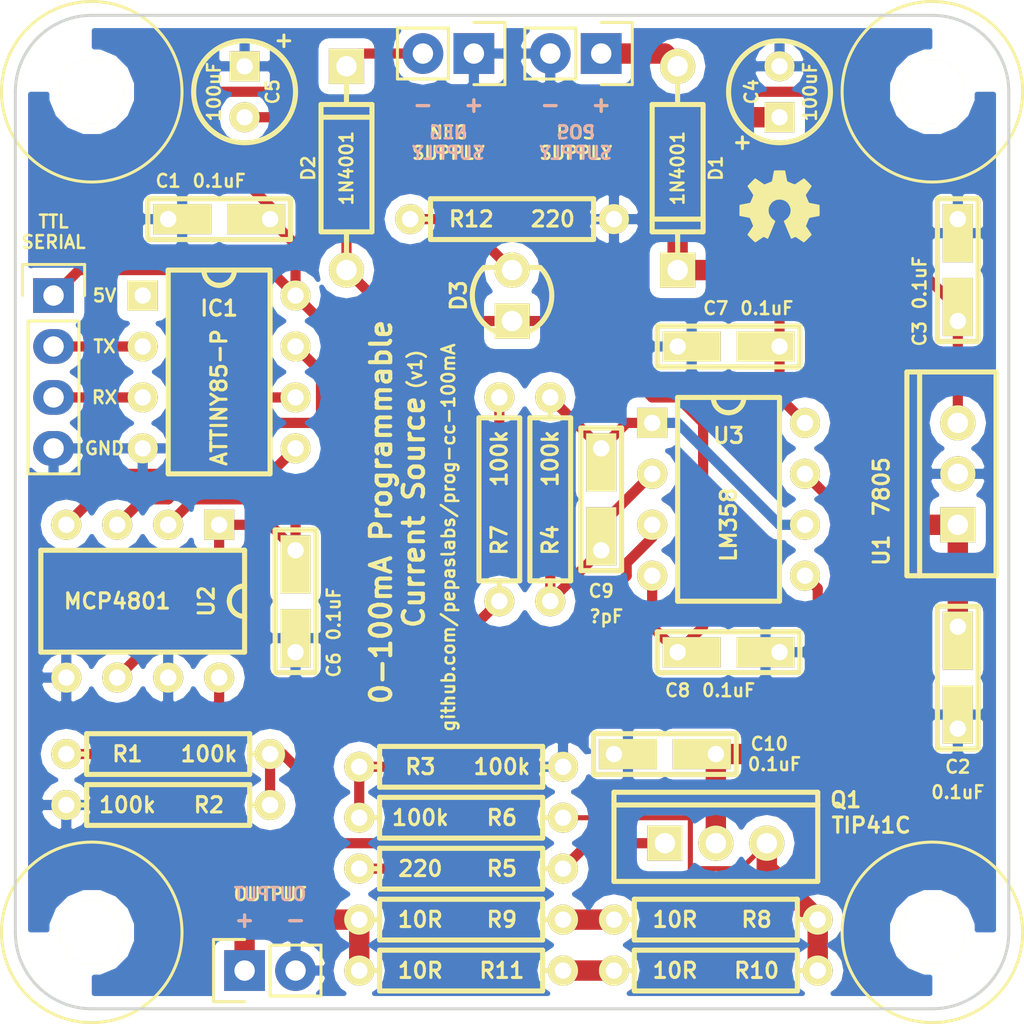
<source format=kicad_pcb>
(kicad_pcb (version 4) (host pcbnew 4.0.5+dfsg1-4~bpo8+1)

  (general
    (links 66)
    (no_connects 0)
    (area 94.661667 28.621666 148.285001 84.408333)
    (thickness 1.6)
    (drawings 34)
    (tracks 158)
    (zones 0)
    (modules 39)
    (nets 25)
  )

  (page A4)
  (layers
    (0 F.Cu signal)
    (31 B.Cu signal)
    (32 B.Adhes user)
    (33 F.Adhes user)
    (34 B.Paste user)
    (35 F.Paste user)
    (36 B.SilkS user)
    (37 F.SilkS user)
    (38 B.Mask user)
    (39 F.Mask user)
    (40 Dwgs.User user)
    (41 Cmts.User user)
    (42 Eco1.User user)
    (43 Eco2.User user)
    (44 Edge.Cuts user)
    (45 Margin user)
    (46 B.CrtYd user)
    (47 F.CrtYd user)
    (48 B.Fab user)
    (49 F.Fab user)
  )

  (setup
    (last_trace_width 0.25)
    (user_trace_width 0.254)
    (user_trace_width 0.508)
    (user_trace_width 0.762)
    (user_trace_width 1.016)
    (user_trace_width 1.27)
    (user_trace_width 2.54)
    (trace_clearance 0.2)
    (zone_clearance 0.508)
    (zone_45_only no)
    (trace_min 0.2)
    (segment_width 0.2)
    (edge_width 0.15)
    (via_size 0.6)
    (via_drill 0.4)
    (via_min_size 0.4)
    (via_min_drill 0.3)
    (uvia_size 0.3)
    (uvia_drill 0.1)
    (uvias_allowed no)
    (uvia_min_size 0)
    (uvia_min_drill 0)
    (pcb_text_width 0.3)
    (pcb_text_size 1.5 1.5)
    (mod_edge_width 0.15)
    (mod_text_size 1 1)
    (mod_text_width 0.15)
    (pad_size 1.524 1.524)
    (pad_drill 0.762)
    (pad_to_mask_clearance 0.2)
    (aux_axis_origin 0 0)
    (visible_elements FFFFFF7F)
    (pcbplotparams
      (layerselection 0x010f0_80000001)
      (usegerberextensions false)
      (excludeedgelayer true)
      (linewidth 0.100000)
      (plotframeref false)
      (viasonmask false)
      (mode 1)
      (useauxorigin false)
      (hpglpennumber 1)
      (hpglpenspeed 20)
      (hpglpendiameter 15)
      (hpglpenoverlay 2)
      (psnegative false)
      (psa4output false)
      (plotreference true)
      (plotvalue true)
      (plotinvisibletext false)
      (padsonsilk false)
      (subtractmaskfromsilk false)
      (outputformat 1)
      (mirror false)
      (drillshape 0)
      (scaleselection 1)
      (outputdirectory gerbers/))
  )

  (net 0 "")
  (net 1 +5V)
  (net 2 GND)
  (net 3 +V)
  (net 4 -V)
  (net 5 "Net-(C9-Pad1)")
  (net 6 "Net-(C9-Pad2)")
  (net 7 "Net-(D1-Pad1)")
  (net 8 "Net-(D3-Pad2)")
  (net 9 "Net-(IC1-Pad1)")
  (net 10 TX)
  (net 11 RX)
  (net 12 CS)
  (net 13 SDO)
  (net 14 SCK)
  (net 15 Out)
  (net 16 "Net-(Q1-Pad1)")
  (net 17 "Net-(Q1-Pad3)")
  (net 18 "Net-(R1-Pad1)")
  (net 19 "Net-(R1-Pad2)")
  (net 20 "Net-(R3-Pad1)")
  (net 21 "Net-(R5-Pad2)")
  (net 22 "Net-(R8-Pad2)")
  (net 23 "Net-(R10-Pad2)")
  (net 24 "Net-(D2-Pad2)")

  (net_class Default "This is the default net class."
    (clearance 0.2)
    (trace_width 0.25)
    (via_dia 0.6)
    (via_drill 0.4)
    (uvia_dia 0.3)
    (uvia_drill 0.1)
  )

  (net_class 4 ""
    (clearance 0.2)
    (trace_width 0.4)
    (via_dia 0.6)
    (via_drill 0.4)
    (uvia_dia 0.3)
    (uvia_drill 0.1)
  )

  (net_class five ""
    (clearance 0.2)
    (trace_width 0.5)
    (via_dia 0.6)
    (via_drill 0.4)
    (uvia_dia 0.3)
    (uvia_drill 0.1)
    (add_net +5V)
    (add_net +V)
    (add_net -V)
    (add_net CS)
    (add_net GND)
    (add_net "Net-(C9-Pad1)")
    (add_net "Net-(C9-Pad2)")
    (add_net "Net-(D1-Pad1)")
    (add_net "Net-(D2-Pad2)")
    (add_net "Net-(D3-Pad2)")
    (add_net "Net-(IC1-Pad1)")
    (add_net "Net-(Q1-Pad1)")
    (add_net "Net-(Q1-Pad3)")
    (add_net "Net-(R1-Pad1)")
    (add_net "Net-(R1-Pad2)")
    (add_net "Net-(R10-Pad2)")
    (add_net "Net-(R3-Pad1)")
    (add_net "Net-(R5-Pad2)")
    (add_net "Net-(R8-Pad2)")
    (add_net Out)
    (add_net RX)
    (add_net SCK)
    (add_net SDO)
    (add_net TX)
  )

  (module PL_mounting_holes:hole_M3_NPTH (layer F.Cu) (tedit 53B22845) (tstamp 59124778)
    (at 143.51 77.47)
    (descr "M3 mounting hole (non plated through hole)")
    (path 1pin)
    (fp_text reference H*** (at 0 -3.048) (layer F.SilkS) hide
      (effects (font (size 1.016 1.016) (thickness 0.254)))
    )
    (fp_text value Val** (at 0 2.794) (layer F.SilkS) hide
      (effects (font (size 1.016 1.016) (thickness 0.254)))
    )
    (fp_circle (center 0 0) (end 4.5 0) (layer F.SilkS) (width 0.15))
    (pad "" np_thru_hole circle (at 0 0) (size 3.2 3.2) (drill 3.2) (layers *.Cu *.Mask F.SilkS))
  )

  (module PL_mounting_holes:hole_M3_NPTH (layer F.Cu) (tedit 53B22845) (tstamp 58F81C0C)
    (at 101.6 77.47)
    (descr "M3 mounting hole (non plated through hole)")
    (path 1pin)
    (fp_text reference H*** (at 0 -3.048) (layer F.SilkS) hide
      (effects (font (size 1.016 1.016) (thickness 0.254)))
    )
    (fp_text value Val** (at 0 2.794) (layer F.SilkS) hide
      (effects (font (size 1.016 1.016) (thickness 0.254)))
    )
    (fp_circle (center 0 0) (end 4.5 0) (layer F.SilkS) (width 0.15))
    (pad "" np_thru_hole circle (at 0 0) (size 3.2 3.2) (drill 3.2) (layers *.Cu *.Mask F.SilkS))
  )

  (module PL_mounting_holes:hole_M3_NPTH (layer F.Cu) (tedit 53B22845) (tstamp 5912477D)
    (at 143.51 35.56)
    (descr "M3 mounting hole (non plated through hole)")
    (path 1pin)
    (fp_text reference H*** (at 0 -3.048) (layer F.SilkS) hide
      (effects (font (size 1.016 1.016) (thickness 0.254)))
    )
    (fp_text value Val** (at 0 2.794) (layer F.SilkS) hide
      (effects (font (size 1.016 1.016) (thickness 0.254)))
    )
    (fp_circle (center 0 0) (end 4.5 0) (layer F.SilkS) (width 0.15))
    (pad "" np_thru_hole circle (at 0 0) (size 3.2 3.2) (drill 3.2) (layers *.Cu *.Mask F.SilkS))
  )

  (module PL_mounting_holes:hole_M3_NPTH (layer F.Cu) (tedit 53B22845) (tstamp 59124782)
    (at 101.6 35.56)
    (descr "M3 mounting hole (non plated through hole)")
    (path 1pin)
    (fp_text reference H*** (at 0 -3.048) (layer F.SilkS) hide
      (effects (font (size 1.016 1.016) (thickness 0.254)))
    )
    (fp_text value Val** (at 0 2.794) (layer F.SilkS) hide
      (effects (font (size 1.016 1.016) (thickness 0.254)))
    )
    (fp_circle (center 0 0) (end 4.5 0) (layer F.SilkS) (width 0.15))
    (pad "" np_thru_hole circle (at 0 0) (size 3.2 3.2) (drill 3.2) (layers *.Cu *.Mask F.SilkS))
  )

  (module PL_capacitors:CERCAP_2_059B_0805 (layer F.Cu) (tedit 58F83923) (tstamp 58F81A63)
    (at 107.95 41.91 180)
    (descr "Capacitor, 0.2\" pin spacing")
    (tags C)
    (path /58F0A874)
    (fp_text reference C1 (at 2.54 1.905 180) (layer F.SilkS)
      (effects (font (size 0.635 0.635) (thickness 0.127)))
    )
    (fp_text value 0.1uF (at 0 1.905 180) (layer F.SilkS)
      (effects (font (size 0.635 0.635) (thickness 0.127)))
    )
    (fp_line (start -3.556 -1.016) (end 3.556 -1.016) (layer F.SilkS) (width 0.254))
    (fp_line (start 3.556 -1.016) (end 3.556 1.016) (layer F.SilkS) (width 0.254))
    (fp_line (start 3.556 1.016) (end -3.556 1.016) (layer F.SilkS) (width 0.254))
    (fp_line (start -3.556 1.016) (end -3.556 -1.016) (layer F.SilkS) (width 0.254))
    (pad 1 thru_hole rect (at -2.54 0 180) (size 2.8956 1.4986) (drill 0.8128 (offset 0.6985 0)) (layers *.Cu *.Mask F.SilkS)
      (net 1 +5V))
    (pad 2 thru_hole rect (at 2.54 0 180) (size 2.8956 1.4986) (drill 0.8128 (offset -0.6985 0)) (layers *.Cu *.Mask F.SilkS)
      (net 2 GND))
    (model discret/capa_2pas_5x5mm.wrl
      (at (xyz 0 0 0))
      (scale (xyz 1 1 1))
      (rotate (xyz 0 0 0))
    )
  )

  (module PL_capacitors:CERCAP_2_059B_0805 (layer F.Cu) (tedit 58F83881) (tstamp 58F81A69)
    (at 144.78 64.77 270)
    (descr "Capacitor, 0.2\" pin spacing")
    (tags C)
    (path /58F985B2)
    (fp_text reference C2 (at 4.445 0 360) (layer F.SilkS)
      (effects (font (size 0.635 0.635) (thickness 0.127)))
    )
    (fp_text value 0.1uF (at 5.715 0 360) (layer F.SilkS)
      (effects (font (size 0.635 0.635) (thickness 0.127)))
    )
    (fp_line (start -3.556 -1.016) (end 3.556 -1.016) (layer F.SilkS) (width 0.254))
    (fp_line (start 3.556 -1.016) (end 3.556 1.016) (layer F.SilkS) (width 0.254))
    (fp_line (start 3.556 1.016) (end -3.556 1.016) (layer F.SilkS) (width 0.254))
    (fp_line (start -3.556 1.016) (end -3.556 -1.016) (layer F.SilkS) (width 0.254))
    (pad 1 thru_hole rect (at -2.54 0 270) (size 2.8956 1.4986) (drill 0.8128 (offset 0.6985 0)) (layers *.Cu *.Mask F.SilkS)
      (net 3 +V))
    (pad 2 thru_hole rect (at 2.54 0 270) (size 2.8956 1.4986) (drill 0.8128 (offset -0.6985 0)) (layers *.Cu *.Mask F.SilkS)
      (net 2 GND))
    (model discret/capa_2pas_5x5mm.wrl
      (at (xyz 0 0 0))
      (scale (xyz 1 1 1))
      (rotate (xyz 0 0 0))
    )
  )

  (module PL_capacitors:CERCAP_2_059B_0805 (layer F.Cu) (tedit 58F8390A) (tstamp 58F81A6F)
    (at 144.78 44.45 90)
    (descr "Capacitor, 0.2\" pin spacing")
    (tags C)
    (path /58F03795)
    (fp_text reference C3 (at -3.175 -1.905 90) (layer F.SilkS)
      (effects (font (size 0.635 0.635) (thickness 0.127)))
    )
    (fp_text value 0.1uF (at -0.635 -1.905 90) (layer F.SilkS)
      (effects (font (size 0.635 0.635) (thickness 0.127)))
    )
    (fp_line (start -3.556 -1.016) (end 3.556 -1.016) (layer F.SilkS) (width 0.254))
    (fp_line (start 3.556 -1.016) (end 3.556 1.016) (layer F.SilkS) (width 0.254))
    (fp_line (start 3.556 1.016) (end -3.556 1.016) (layer F.SilkS) (width 0.254))
    (fp_line (start -3.556 1.016) (end -3.556 -1.016) (layer F.SilkS) (width 0.254))
    (pad 1 thru_hole rect (at -2.54 0 90) (size 2.8956 1.4986) (drill 0.8128 (offset 0.6985 0)) (layers *.Cu *.Mask F.SilkS)
      (net 1 +5V))
    (pad 2 thru_hole rect (at 2.54 0 90) (size 2.8956 1.4986) (drill 0.8128 (offset -0.6985 0)) (layers *.Cu *.Mask F.SilkS)
      (net 2 GND))
    (model discret/capa_2pas_5x5mm.wrl
      (at (xyz 0 0 0))
      (scale (xyz 1 1 1))
      (rotate (xyz 0 0 0))
    )
  )

  (module PL_capacitors:ELCAP_10_20_V_059A (layer F.Cu) (tedit 53A23F6E) (tstamp 58F81A75)
    (at 135.89 36.83 90)
    (descr "Electrolytic Capacitor, vertical, 0.1\" pins, 0.2\" body")
    (tags CP)
    (path /58F749BE)
    (fp_text reference C4 (at 1.27 -1.397 90) (layer F.SilkS)
      (effects (font (size 0.635 0.635) (thickness 0.127)))
    )
    (fp_text value 100uF (at 1.27 1.524 90) (layer F.SilkS)
      (effects (font (size 0.635 0.635) (thickness 0.127)))
    )
    (fp_text user + (at -1.27 -1.905 90) (layer F.SilkS)
      (effects (font (size 0.762 0.762) (thickness 0.1524)))
    )
    (fp_circle (center 1.27 0) (end 3.81 0) (layer F.SilkS) (width 0.254))
    (pad 1 thru_hole rect (at 0 0 90) (size 1.4986 1.4986) (drill 0.8128) (layers *.Cu *.Mask F.SilkS)
      (net 3 +V))
    (pad 2 thru_hole oval (at 2.54 0 90) (size 1.4986 1.4986) (drill 0.8128) (layers *.Cu *.Mask F.SilkS)
      (net 2 GND))
    (model discret/c_vert_c2v10.wrl
      (at (xyz 0 0 0))
      (scale (xyz 1 1 1))
      (rotate (xyz 0 0 0))
    )
  )

  (module PL_capacitors:ELCAP_10_20_V_059A (layer F.Cu) (tedit 53A23F6E) (tstamp 58F81A7B)
    (at 109.22 34.29 270)
    (descr "Electrolytic Capacitor, vertical, 0.1\" pins, 0.2\" body")
    (tags CP)
    (path /58F876B4)
    (fp_text reference C5 (at 1.27 -1.397 270) (layer F.SilkS)
      (effects (font (size 0.635 0.635) (thickness 0.127)))
    )
    (fp_text value 100uF (at 1.27 1.524 270) (layer F.SilkS)
      (effects (font (size 0.635 0.635) (thickness 0.127)))
    )
    (fp_text user + (at -1.27 -1.905 270) (layer F.SilkS)
      (effects (font (size 0.762 0.762) (thickness 0.1524)))
    )
    (fp_circle (center 1.27 0) (end 3.81 0) (layer F.SilkS) (width 0.254))
    (pad 1 thru_hole rect (at 0 0 270) (size 1.4986 1.4986) (drill 0.8128) (layers *.Cu *.Mask F.SilkS)
      (net 2 GND))
    (pad 2 thru_hole oval (at 2.54 0 270) (size 1.4986 1.4986) (drill 0.8128) (layers *.Cu *.Mask F.SilkS)
      (net 4 -V))
    (model discret/c_vert_c2v10.wrl
      (at (xyz 0 0 0))
      (scale (xyz 1 1 1))
      (rotate (xyz 0 0 0))
    )
  )

  (module PL_capacitors:CERCAP_2_059B_0805 (layer F.Cu) (tedit 58F838E5) (tstamp 58F81A81)
    (at 111.76 60.96 270)
    (descr "Capacitor, 0.2\" pin spacing")
    (tags C)
    (path /58F05B2B)
    (fp_text reference C6 (at 3.175 -1.905 270) (layer F.SilkS)
      (effects (font (size 0.635 0.635) (thickness 0.127)))
    )
    (fp_text value 0.1uF (at 0.635 -1.905 270) (layer F.SilkS)
      (effects (font (size 0.635 0.635) (thickness 0.127)))
    )
    (fp_line (start -3.556 -1.016) (end 3.556 -1.016) (layer F.SilkS) (width 0.254))
    (fp_line (start 3.556 -1.016) (end 3.556 1.016) (layer F.SilkS) (width 0.254))
    (fp_line (start 3.556 1.016) (end -3.556 1.016) (layer F.SilkS) (width 0.254))
    (fp_line (start -3.556 1.016) (end -3.556 -1.016) (layer F.SilkS) (width 0.254))
    (pad 1 thru_hole rect (at -2.54 0 270) (size 2.8956 1.4986) (drill 0.8128 (offset 0.6985 0)) (layers *.Cu *.Mask F.SilkS)
      (net 1 +5V))
    (pad 2 thru_hole rect (at 2.54 0 270) (size 2.8956 1.4986) (drill 0.8128 (offset -0.6985 0)) (layers *.Cu *.Mask F.SilkS)
      (net 2 GND))
    (model discret/capa_2pas_5x5mm.wrl
      (at (xyz 0 0 0))
      (scale (xyz 1 1 1))
      (rotate (xyz 0 0 0))
    )
  )

  (module PL_capacitors:CERCAP_2_059B_0805 (layer F.Cu) (tedit 58F83901) (tstamp 58F81A87)
    (at 133.35 48.26 180)
    (descr "Capacitor, 0.2\" pin spacing")
    (tags C)
    (path /58EEFD12)
    (fp_text reference C7 (at 0.635 1.905 180) (layer F.SilkS)
      (effects (font (size 0.635 0.635) (thickness 0.127)))
    )
    (fp_text value 0.1uF (at -1.905 1.905 180) (layer F.SilkS)
      (effects (font (size 0.635 0.635) (thickness 0.127)))
    )
    (fp_line (start -3.556 -1.016) (end 3.556 -1.016) (layer F.SilkS) (width 0.254))
    (fp_line (start 3.556 -1.016) (end 3.556 1.016) (layer F.SilkS) (width 0.254))
    (fp_line (start 3.556 1.016) (end -3.556 1.016) (layer F.SilkS) (width 0.254))
    (fp_line (start -3.556 1.016) (end -3.556 -1.016) (layer F.SilkS) (width 0.254))
    (pad 1 thru_hole rect (at -2.54 0 180) (size 2.8956 1.4986) (drill 0.8128 (offset 0.6985 0)) (layers *.Cu *.Mask F.SilkS)
      (net 3 +V))
    (pad 2 thru_hole rect (at 2.54 0 180) (size 2.8956 1.4986) (drill 0.8128 (offset -0.6985 0)) (layers *.Cu *.Mask F.SilkS)
      (net 2 GND))
    (model discret/capa_2pas_5x5mm.wrl
      (at (xyz 0 0 0))
      (scale (xyz 1 1 1))
      (rotate (xyz 0 0 0))
    )
  )

  (module PL_capacitors:CERCAP_2_059B_0805 (layer F.Cu) (tedit 58F838F6) (tstamp 58F81A8D)
    (at 133.35 63.5 180)
    (descr "Capacitor, 0.2\" pin spacing")
    (tags C)
    (path /58EF1CFA)
    (fp_text reference C8 (at 2.54 -1.905 360) (layer F.SilkS)
      (effects (font (size 0.635 0.635) (thickness 0.127)))
    )
    (fp_text value 0.1uF (at 0 -1.905 360) (layer F.SilkS)
      (effects (font (size 0.635 0.635) (thickness 0.127)))
    )
    (fp_line (start -3.556 -1.016) (end 3.556 -1.016) (layer F.SilkS) (width 0.254))
    (fp_line (start 3.556 -1.016) (end 3.556 1.016) (layer F.SilkS) (width 0.254))
    (fp_line (start 3.556 1.016) (end -3.556 1.016) (layer F.SilkS) (width 0.254))
    (fp_line (start -3.556 1.016) (end -3.556 -1.016) (layer F.SilkS) (width 0.254))
    (pad 1 thru_hole rect (at -2.54 0 180) (size 2.8956 1.4986) (drill 0.8128 (offset 0.6985 0)) (layers *.Cu *.Mask F.SilkS)
      (net 2 GND))
    (pad 2 thru_hole rect (at 2.54 0 180) (size 2.8956 1.4986) (drill 0.8128 (offset -0.6985 0)) (layers *.Cu *.Mask F.SilkS)
      (net 4 -V))
    (model discret/capa_2pas_5x5mm.wrl
      (at (xyz 0 0 0))
      (scale (xyz 1 1 1))
      (rotate (xyz 0 0 0))
    )
  )

  (module PL_capacitors:CERCAP_2_059B_0805 (layer F.Cu) (tedit 58F838D2) (tstamp 58F81A93)
    (at 127 55.88 90)
    (descr "Capacitor, 0.2\" pin spacing")
    (tags C)
    (path /58F7A3D4)
    (fp_text reference C9 (at -4.572 0 180) (layer F.SilkS)
      (effects (font (size 0.635 0.635) (thickness 0.127)))
    )
    (fp_text value ?pF (at -5.842 0.254 180) (layer F.SilkS)
      (effects (font (size 0.635 0.635) (thickness 0.127)))
    )
    (fp_line (start -3.556 -1.016) (end 3.556 -1.016) (layer F.SilkS) (width 0.254))
    (fp_line (start 3.556 -1.016) (end 3.556 1.016) (layer F.SilkS) (width 0.254))
    (fp_line (start 3.556 1.016) (end -3.556 1.016) (layer F.SilkS) (width 0.254))
    (fp_line (start -3.556 1.016) (end -3.556 -1.016) (layer F.SilkS) (width 0.254))
    (pad 1 thru_hole rect (at -2.54 0 90) (size 2.8956 1.4986) (drill 0.8128 (offset 0.6985 0)) (layers *.Cu *.Mask F.SilkS)
      (net 5 "Net-(C9-Pad1)"))
    (pad 2 thru_hole rect (at 2.54 0 90) (size 2.8956 1.4986) (drill 0.8128 (offset -0.6985 0)) (layers *.Cu *.Mask F.SilkS)
      (net 6 "Net-(C9-Pad2)"))
    (model discret/capa_2pas_5x5mm.wrl
      (at (xyz 0 0 0))
      (scale (xyz 1 1 1))
      (rotate (xyz 0 0 0))
    )
  )

  (module PL_capacitors:CERCAP_2_059B_0805 (layer F.Cu) (tedit 58F838AE) (tstamp 58F81A99)
    (at 130.175 68.58 180)
    (descr "Capacitor, 0.2\" pin spacing")
    (tags C)
    (path /58F08E65)
    (fp_text reference C10 (at -5.207 0.508 180) (layer F.SilkS)
      (effects (font (size 0.635 0.635) (thickness 0.127)))
    )
    (fp_text value 0.1uF (at -5.461 -0.508 180) (layer F.SilkS)
      (effects (font (size 0.635 0.635) (thickness 0.127)))
    )
    (fp_line (start -3.556 -1.016) (end 3.556 -1.016) (layer F.SilkS) (width 0.254))
    (fp_line (start 3.556 -1.016) (end 3.556 1.016) (layer F.SilkS) (width 0.254))
    (fp_line (start 3.556 1.016) (end -3.556 1.016) (layer F.SilkS) (width 0.254))
    (fp_line (start -3.556 1.016) (end -3.556 -1.016) (layer F.SilkS) (width 0.254))
    (pad 1 thru_hole rect (at -2.54 0 180) (size 2.8956 1.4986) (drill 0.8128 (offset 0.6985 0)) (layers *.Cu *.Mask F.SilkS)
      (net 3 +V))
    (pad 2 thru_hole rect (at 2.54 0 180) (size 2.8956 1.4986) (drill 0.8128 (offset -0.6985 0)) (layers *.Cu *.Mask F.SilkS)
      (net 2 GND))
    (model discret/capa_2pas_5x5mm.wrl
      (at (xyz 0 0 0))
      (scale (xyz 1 1 1))
      (rotate (xyz 0 0 0))
    )
  )

  (module PL_diodes:DIODE_1A_069A_PL (layer F.Cu) (tedit 551CAE6F) (tstamp 58F81A9F)
    (at 130.81 39.37 270)
    (descr "1 Amp diode, 0.4\"")
    (tags "DIODE DEV")
    (path /58F85A98)
    (fp_text reference D1 (at 0 -1.905 270) (layer F.SilkS)
      (effects (font (size 0.635 0.635) (thickness 0.127)))
    )
    (fp_text value 1N4001 (at 0 0 270) (layer F.SilkS)
      (effects (font (size 0.635 0.635) (thickness 0.127)))
    )
    (fp_line (start -5.08 0) (end -3.175 0) (layer F.SilkS) (width 0.254))
    (fp_line (start 3.175 0) (end 5.08 0) (layer F.SilkS) (width 0.254))
    (fp_line (start 2.54 -1.27) (end 2.54 1.27) (layer F.SilkS) (width 0.254))
    (fp_line (start -3.175 1.27) (end 3.175 1.27) (layer F.SilkS) (width 0.254))
    (fp_line (start -3.175 -1.27) (end -3.175 1.27) (layer F.SilkS) (width 0.254))
    (fp_line (start 3.175 -1.27) (end 3.175 1.27) (layer F.SilkS) (width 0.254))
    (fp_line (start -3.175 -1.27) (end 3.175 -1.27) (layer F.SilkS) (width 0.254))
    (pad 2 thru_hole rect (at 5.08 0 270) (size 1.7526 1.7526) (drill 1.016) (layers *.Cu *.Mask F.SilkS)
      (net 3 +V))
    (pad 1 thru_hole oval (at -5.08 0 270) (size 1.7526 1.7526) (drill 1.016) (layers *.Cu *.Mask F.SilkS)
      (net 7 "Net-(D1-Pad1)"))
    (model discret/diode.wrl
      (at (xyz 0 0 0))
      (scale (xyz 0.3 0.3 0.3))
      (rotate (xyz 0 0 0))
    )
  )

  (module PL_diodes:DIODE_1A_069A_PL (layer F.Cu) (tedit 551CAE6F) (tstamp 58F81AA5)
    (at 114.3 39.37 90)
    (descr "1 Amp diode, 0.4\"")
    (tags "DIODE DEV")
    (path /58F876BA)
    (fp_text reference D2 (at 0 -1.905 90) (layer F.SilkS)
      (effects (font (size 0.635 0.635) (thickness 0.127)))
    )
    (fp_text value 1N4001 (at 0 0 90) (layer F.SilkS)
      (effects (font (size 0.635 0.635) (thickness 0.127)))
    )
    (fp_line (start -5.08 0) (end -3.175 0) (layer F.SilkS) (width 0.254))
    (fp_line (start 3.175 0) (end 5.08 0) (layer F.SilkS) (width 0.254))
    (fp_line (start 2.54 -1.27) (end 2.54 1.27) (layer F.SilkS) (width 0.254))
    (fp_line (start -3.175 1.27) (end 3.175 1.27) (layer F.SilkS) (width 0.254))
    (fp_line (start -3.175 -1.27) (end -3.175 1.27) (layer F.SilkS) (width 0.254))
    (fp_line (start 3.175 -1.27) (end 3.175 1.27) (layer F.SilkS) (width 0.254))
    (fp_line (start -3.175 -1.27) (end 3.175 -1.27) (layer F.SilkS) (width 0.254))
    (pad 2 thru_hole rect (at 5.08 0 90) (size 1.7526 1.7526) (drill 1.016) (layers *.Cu *.Mask F.SilkS)
      (net 24 "Net-(D2-Pad2)"))
    (pad 1 thru_hole oval (at -5.08 0 90) (size 1.7526 1.7526) (drill 1.016) (layers *.Cu *.Mask F.SilkS)
      (net 4 -V))
    (model discret/diode.wrl
      (at (xyz 0 0 0))
      (scale (xyz 0.3 0.3 0.3))
      (rotate (xyz 0 0 0))
    )
  )

  (module PL_LEDs:LED_3MM_069A (layer F.Cu) (tedit 53B98B99) (tstamp 58F81AAB)
    (at 122.555 46.99 90)
    (descr "3MM LED")
    (tags "LED DEV")
    (path /58F967E1)
    (fp_text reference D3 (at 1.27 -2.667 90) (layer F.SilkS)
      (effects (font (size 0.762 0.762) (thickness 0.1524)))
    )
    (fp_text value LED (at 1.27 2.794 90) (layer F.SilkS) hide
      (effects (font (size 0.762 0.762) (thickness 0.1524)))
    )
    (fp_line (start 2.67 -1.4) (end 2.67 1.4) (layer F.SilkS) (width 0.254))
    (fp_arc (start 1.27 0) (end 2.67 1.4) (angle 90) (layer F.SilkS) (width 0.254))
    (fp_arc (start 1.27 0) (end -0.13 1.4) (angle 90) (layer F.SilkS) (width 0.254))
    (fp_arc (start 1.27 0) (end -0.13 -1.4) (angle 90) (layer F.SilkS) (width 0.254))
    (pad 1 thru_hole rect (at 0 0 90) (size 1.7526 1.7526) (drill 1.016) (layers *.Cu *.Mask F.SilkS)
      (net 1 +5V))
    (pad 2 thru_hole oval (at 2.54 0 90) (size 1.7526 1.7526) (drill 1.016) (layers *.Cu *.Mask F.SilkS)
      (net 8 "Net-(D3-Pad2)"))
    (model discret/led5_vertical.wrl
      (at (xyz 0 0 0))
      (scale (xyz 1 1 1))
      (rotate (xyz 0 0 0))
    )
  )

  (module PL_DIP:DIP8_059A_PL (layer F.Cu) (tedit 53A23991) (tstamp 58F81AB7)
    (at 104.14 45.72 270)
    (descr "8-lead DIP package")
    (tags DIP)
    (path /58F0A081)
    (fp_text reference IC1 (at 0.635 -3.81 360) (layer F.SilkS)
      (effects (font (size 0.762 0.762) (thickness 0.1524)))
    )
    (fp_text value ATTINY85-P (at 5.08 -3.81 270) (layer F.SilkS)
      (effects (font (size 0.762 0.762) (thickness 0.1524)))
    )
    (fp_arc (start -1.27 -3.81) (end -1.27 -4.572) (angle 90) (layer F.SilkS) (width 0.254))
    (fp_arc (start -1.27 -3.81) (end -0.508 -3.81) (angle 90) (layer F.SilkS) (width 0.254))
    (fp_line (start -1.27 -6.35) (end 8.89 -6.35) (layer F.SilkS) (width 0.254))
    (fp_line (start 8.89 -6.35) (end 8.89 -1.27) (layer F.SilkS) (width 0.254))
    (fp_line (start 8.89 -1.27) (end -1.27 -1.27) (layer F.SilkS) (width 0.254))
    (fp_line (start -1.27 -1.27) (end -1.27 -6.35) (layer F.SilkS) (width 0.254))
    (pad 1 thru_hole rect (at 0 0 270) (size 1.4986 1.4986) (drill 0.8128) (layers *.Cu *.Mask F.SilkS)
      (net 9 "Net-(IC1-Pad1)"))
    (pad 2 thru_hole oval (at 2.54 0 270) (size 1.4986 1.4986) (drill 0.8128) (layers *.Cu *.Mask F.SilkS)
      (net 10 TX))
    (pad 3 thru_hole oval (at 5.08 0 270) (size 1.4986 1.4986) (drill 0.8128) (layers *.Cu *.Mask F.SilkS)
      (net 11 RX))
    (pad 4 thru_hole oval (at 7.62 0 270) (size 1.4986 1.4986) (drill 0.8128) (layers *.Cu *.Mask F.SilkS)
      (net 2 GND))
    (pad 5 thru_hole oval (at 7.62 -7.62 270) (size 1.4986 1.4986) (drill 0.8128) (layers *.Cu *.Mask F.SilkS)
      (net 12 CS))
    (pad 6 thru_hole oval (at 5.08 -7.62 270) (size 1.4986 1.4986) (drill 0.8128) (layers *.Cu *.Mask F.SilkS)
      (net 13 SDO))
    (pad 8 thru_hole oval (at 0 -7.62 270) (size 1.4986 1.4986) (drill 0.8128) (layers *.Cu *.Mask F.SilkS)
      (net 1 +5V))
    (pad 7 thru_hole oval (at 2.54 -7.62 270) (size 1.4986 1.4986) (drill 0.8128) (layers *.Cu *.Mask F.SilkS)
      (net 14 SCK))
    (model dil/dil_8.wrl
      (at (xyz 0 0 0))
      (scale (xyz 1 1 1))
      (rotate (xyz 0 0 0))
    )
  )

  (module Pin_Headers:Pin_Header_Straight_1x02 (layer F.Cu) (tedit 58F83A21) (tstamp 58F81ABD)
    (at 127 33.655 270)
    (descr "Through hole pin header")
    (tags "pin header")
    (path /58F6DF60)
    (fp_text reference P1 (at 2.54 1.27 360) (layer F.SilkS) hide
      (effects (font (size 1 1) (thickness 0.15)))
    )
    (fp_text value CONN_01X02 (at 0 -3.1 270) (layer F.Fab) hide
      (effects (font (size 1 1) (thickness 0.15)))
    )
    (fp_line (start 1.27 1.27) (end 1.27 3.81) (layer F.SilkS) (width 0.15))
    (fp_line (start 1.55 -1.55) (end 1.55 0) (layer F.SilkS) (width 0.15))
    (fp_line (start -1.75 -1.75) (end -1.75 4.3) (layer F.CrtYd) (width 0.05))
    (fp_line (start 1.75 -1.75) (end 1.75 4.3) (layer F.CrtYd) (width 0.05))
    (fp_line (start -1.75 -1.75) (end 1.75 -1.75) (layer F.CrtYd) (width 0.05))
    (fp_line (start -1.75 4.3) (end 1.75 4.3) (layer F.CrtYd) (width 0.05))
    (fp_line (start 1.27 1.27) (end -1.27 1.27) (layer F.SilkS) (width 0.15))
    (fp_line (start -1.55 0) (end -1.55 -1.55) (layer F.SilkS) (width 0.15))
    (fp_line (start -1.55 -1.55) (end 1.55 -1.55) (layer F.SilkS) (width 0.15))
    (fp_line (start -1.27 1.27) (end -1.27 3.81) (layer F.SilkS) (width 0.15))
    (fp_line (start -1.27 3.81) (end 1.27 3.81) (layer F.SilkS) (width 0.15))
    (pad 1 thru_hole rect (at 0 0 270) (size 2.032 2.032) (drill 1.016) (layers *.Cu *.Mask)
      (net 7 "Net-(D1-Pad1)"))
    (pad 2 thru_hole oval (at 0 2.54 270) (size 2.032 2.032) (drill 1.016) (layers *.Cu *.Mask)
      (net 2 GND))
    (model Pin_Headers.3dshapes/Pin_Header_Straight_1x02.wrl
      (at (xyz 0 -0.05 0))
      (scale (xyz 1 1 1))
      (rotate (xyz 0 0 90))
    )
  )

  (module Pin_Headers:Pin_Header_Straight_1x02 (layer F.Cu) (tedit 58F83A1C) (tstamp 58F81AC3)
    (at 120.65 33.655 270)
    (descr "Through hole pin header")
    (tags "pin header")
    (path /58F876AE)
    (fp_text reference P2 (at 2.54 1.27 360) (layer F.SilkS) hide
      (effects (font (size 1 1) (thickness 0.15)))
    )
    (fp_text value CONN_01X02 (at 0 -3.1 270) (layer F.Fab) hide
      (effects (font (size 1 1) (thickness 0.15)))
    )
    (fp_line (start 1.27 1.27) (end 1.27 3.81) (layer F.SilkS) (width 0.15))
    (fp_line (start 1.55 -1.55) (end 1.55 0) (layer F.SilkS) (width 0.15))
    (fp_line (start -1.75 -1.75) (end -1.75 4.3) (layer F.CrtYd) (width 0.05))
    (fp_line (start 1.75 -1.75) (end 1.75 4.3) (layer F.CrtYd) (width 0.05))
    (fp_line (start -1.75 -1.75) (end 1.75 -1.75) (layer F.CrtYd) (width 0.05))
    (fp_line (start -1.75 4.3) (end 1.75 4.3) (layer F.CrtYd) (width 0.05))
    (fp_line (start 1.27 1.27) (end -1.27 1.27) (layer F.SilkS) (width 0.15))
    (fp_line (start -1.55 0) (end -1.55 -1.55) (layer F.SilkS) (width 0.15))
    (fp_line (start -1.55 -1.55) (end 1.55 -1.55) (layer F.SilkS) (width 0.15))
    (fp_line (start -1.27 1.27) (end -1.27 3.81) (layer F.SilkS) (width 0.15))
    (fp_line (start -1.27 3.81) (end 1.27 3.81) (layer F.SilkS) (width 0.15))
    (pad 1 thru_hole rect (at 0 0 270) (size 2.032 2.032) (drill 1.016) (layers *.Cu *.Mask)
      (net 2 GND))
    (pad 2 thru_hole oval (at 0 2.54 270) (size 2.032 2.032) (drill 1.016) (layers *.Cu *.Mask)
      (net 24 "Net-(D2-Pad2)"))
    (model Pin_Headers.3dshapes/Pin_Header_Straight_1x02.wrl
      (at (xyz 0 -0.05 0))
      (scale (xyz 1 1 1))
      (rotate (xyz 0 0 90))
    )
  )

  (module Pin_Headers:Pin_Header_Straight_1x02 (layer F.Cu) (tedit 58F83B92) (tstamp 58F81AC9)
    (at 109.22 79.375 90)
    (descr "Through hole pin header")
    (tags "pin header")
    (path /58F6F564)
    (fp_text reference P3 (at 2.54 1.27 180) (layer F.SilkS) hide
      (effects (font (size 1 1) (thickness 0.15)))
    )
    (fp_text value CONN_01X02 (at 0 -3.1 90) (layer F.Fab) hide
      (effects (font (size 1 1) (thickness 0.15)))
    )
    (fp_line (start 1.27 1.27) (end 1.27 3.81) (layer F.SilkS) (width 0.15))
    (fp_line (start 1.55 -1.55) (end 1.55 0) (layer F.SilkS) (width 0.15))
    (fp_line (start -1.75 -1.75) (end -1.75 4.3) (layer F.CrtYd) (width 0.05))
    (fp_line (start 1.75 -1.75) (end 1.75 4.3) (layer F.CrtYd) (width 0.05))
    (fp_line (start -1.75 -1.75) (end 1.75 -1.75) (layer F.CrtYd) (width 0.05))
    (fp_line (start -1.75 4.3) (end 1.75 4.3) (layer F.CrtYd) (width 0.05))
    (fp_line (start 1.27 1.27) (end -1.27 1.27) (layer F.SilkS) (width 0.15))
    (fp_line (start -1.55 0) (end -1.55 -1.55) (layer F.SilkS) (width 0.15))
    (fp_line (start -1.55 -1.55) (end 1.55 -1.55) (layer F.SilkS) (width 0.15))
    (fp_line (start -1.27 1.27) (end -1.27 3.81) (layer F.SilkS) (width 0.15))
    (fp_line (start -1.27 3.81) (end 1.27 3.81) (layer F.SilkS) (width 0.15))
    (pad 1 thru_hole rect (at 0 0 90) (size 2.032 2.032) (drill 1.016) (layers *.Cu *.Mask)
      (net 15 Out))
    (pad 2 thru_hole oval (at 0 2.54 90) (size 2.032 2.032) (drill 1.016) (layers *.Cu *.Mask)
      (net 2 GND))
    (model Pin_Headers.3dshapes/Pin_Header_Straight_1x02.wrl
      (at (xyz 0 -0.05 0))
      (scale (xyz 1 1 1))
      (rotate (xyz 0 0 90))
    )
  )

  (module Pin_Headers:Pin_Header_Straight_1x04 (layer F.Cu) (tedit 58F83A05) (tstamp 58F81AD1)
    (at 99.695 45.72)
    (descr "Through hole pin header")
    (tags "pin header")
    (path /58F8F01B)
    (fp_text reference P4 (at 0 -2.54) (layer F.SilkS) hide
      (effects (font (size 0.762 0.762) (thickness 0.1524)))
    )
    (fp_text value CONN_01X04 (at 0 -3.1) (layer F.Fab) hide
      (effects (font (size 1 1) (thickness 0.15)))
    )
    (fp_line (start -1.75 -1.75) (end -1.75 9.4) (layer F.CrtYd) (width 0.05))
    (fp_line (start 1.75 -1.75) (end 1.75 9.4) (layer F.CrtYd) (width 0.05))
    (fp_line (start -1.75 -1.75) (end 1.75 -1.75) (layer F.CrtYd) (width 0.05))
    (fp_line (start -1.75 9.4) (end 1.75 9.4) (layer F.CrtYd) (width 0.05))
    (fp_line (start -1.27 1.27) (end -1.27 8.89) (layer F.SilkS) (width 0.15))
    (fp_line (start 1.27 1.27) (end 1.27 8.89) (layer F.SilkS) (width 0.15))
    (fp_line (start 1.55 -1.55) (end 1.55 0) (layer F.SilkS) (width 0.15))
    (fp_line (start -1.27 8.89) (end 1.27 8.89) (layer F.SilkS) (width 0.15))
    (fp_line (start 1.27 1.27) (end -1.27 1.27) (layer F.SilkS) (width 0.15))
    (fp_line (start -1.55 0) (end -1.55 -1.55) (layer F.SilkS) (width 0.15))
    (fp_line (start -1.55 -1.55) (end 1.55 -1.55) (layer F.SilkS) (width 0.15))
    (pad 1 thru_hole rect (at 0 0) (size 2.032 1.7272) (drill 1.016) (layers *.Cu *.Mask)
      (net 1 +5V))
    (pad 2 thru_hole oval (at 0 2.54) (size 2.032 1.7272) (drill 1.016) (layers *.Cu *.Mask)
      (net 10 TX))
    (pad 3 thru_hole oval (at 0 5.08) (size 2.032 1.7272) (drill 1.016) (layers *.Cu *.Mask)
      (net 11 RX))
    (pad 4 thru_hole oval (at 0 7.62) (size 2.032 1.7272) (drill 1.016) (layers *.Cu *.Mask)
      (net 2 GND))
    (model Pin_Headers.3dshapes/Pin_Header_Straight_1x04.wrl
      (at (xyz 0 -0.15 0))
      (scale (xyz 1 1 1))
      (rotate (xyz 0 0 90))
    )
  )

  (module PL_TO-220:TO-220_V_069A (layer F.Cu) (tedit 58F838C0) (tstamp 58F81AD8)
    (at 130.175 73.025)
    (descr "TO-220, vertical, 0.04\" holes, 0.069\" pads")
    (tags "TR TO220")
    (path /58F8AFFD)
    (fp_text reference Q1 (at 9.017 -2.159) (layer F.SilkS)
      (effects (font (size 0.762 0.762) (thickness 0.1524)))
    )
    (fp_text value TIP41C (at 10.287 -0.889 180) (layer F.SilkS)
      (effects (font (size 0.762 0.762) (thickness 0.1524)))
    )
    (fp_line (start -2.54 -1.905) (end -2.54 -2.54) (layer F.SilkS) (width 0.254))
    (fp_line (start -2.54 -2.54) (end 7.62 -2.54) (layer F.SilkS) (width 0.254))
    (fp_line (start 7.62 -2.54) (end 7.62 -1.905) (layer F.SilkS) (width 0.254))
    (fp_line (start -2.54 1.905) (end -2.54 -1.905) (layer F.SilkS) (width 0.254))
    (fp_line (start -2.54 -1.905) (end 7.62 -1.905) (layer F.SilkS) (width 0.254))
    (fp_line (start 7.62 -1.905) (end 7.62 1.905) (layer F.SilkS) (width 0.254))
    (fp_line (start 7.62 1.905) (end -2.54 1.905) (layer F.SilkS) (width 0.254))
    (pad 1 thru_hole rect (at 0 0 90) (size 1.7526 1.7526) (drill 1.016) (layers *.Cu *.Mask F.SilkS)
      (net 16 "Net-(Q1-Pad1)"))
    (pad 2 thru_hole oval (at 2.54 0 90) (size 1.7526 1.7526) (drill 1.016) (layers *.Cu *.Mask F.SilkS)
      (net 3 +V))
    (pad 3 thru_hole oval (at 5.08 0 90) (size 1.7526 1.7526) (drill 1.016) (layers *.Cu *.Mask F.SilkS)
      (net 17 "Net-(Q1-Pad3)"))
  )

  (module PL_resistors:R_AXIAL_0W25_059A_PL (layer F.Cu) (tedit 53A245D9) (tstamp 58F81ADE)
    (at 100.33 68.58)
    (descr "Resistor Axial 1/4W 0.4\"")
    (tags R)
    (path /58F81B7B)
    (autoplace_cost180 10)
    (fp_text reference R1 (at 3.048 0) (layer F.SilkS)
      (effects (font (size 0.762 0.762) (thickness 0.1524)))
    )
    (fp_text value 100k (at 7.112 0) (layer F.SilkS)
      (effects (font (size 0.762 0.762) (thickness 0.1524)))
    )
    (fp_line (start 0 0) (end 1.016 0) (layer F.SilkS) (width 0.254))
    (fp_line (start 1.016 0) (end 1.016 -1.016) (layer F.SilkS) (width 0.254))
    (fp_line (start 1.016 -1.016) (end 9.144 -1.016) (layer F.SilkS) (width 0.254))
    (fp_line (start 9.144 -1.016) (end 9.144 1.016) (layer F.SilkS) (width 0.254))
    (fp_line (start 9.144 1.016) (end 1.016 1.016) (layer F.SilkS) (width 0.254))
    (fp_line (start 1.016 1.016) (end 1.016 0) (layer F.SilkS) (width 0.254))
    (fp_line (start 10.16 0) (end 9.144 0) (layer F.SilkS) (width 0.254))
    (pad 1 thru_hole oval (at 0 0) (size 1.4986 1.4986) (drill 0.8128) (layers *.Cu *.Mask F.SilkS)
      (net 18 "Net-(R1-Pad1)"))
    (pad 2 thru_hole oval (at 10.16 0) (size 1.4986 1.4986) (drill 0.8128) (layers *.Cu *.Mask F.SilkS)
      (net 19 "Net-(R1-Pad2)"))
    (model discret/resistor.wrl
      (at (xyz 0 0 0))
      (scale (xyz 0.4 0.4 0.4))
      (rotate (xyz 0 0 0))
    )
  )

  (module PL_resistors:R_AXIAL_0W25_059A_PL (layer F.Cu) (tedit 53A245D9) (tstamp 58F81AE4)
    (at 110.49 71.12 180)
    (descr "Resistor Axial 1/4W 0.4\"")
    (tags R)
    (path /58F81CDB)
    (autoplace_cost180 10)
    (fp_text reference R2 (at 3.048 0 180) (layer F.SilkS)
      (effects (font (size 0.762 0.762) (thickness 0.1524)))
    )
    (fp_text value 100k (at 7.112 0 180) (layer F.SilkS)
      (effects (font (size 0.762 0.762) (thickness 0.1524)))
    )
    (fp_line (start 0 0) (end 1.016 0) (layer F.SilkS) (width 0.254))
    (fp_line (start 1.016 0) (end 1.016 -1.016) (layer F.SilkS) (width 0.254))
    (fp_line (start 1.016 -1.016) (end 9.144 -1.016) (layer F.SilkS) (width 0.254))
    (fp_line (start 9.144 -1.016) (end 9.144 1.016) (layer F.SilkS) (width 0.254))
    (fp_line (start 9.144 1.016) (end 1.016 1.016) (layer F.SilkS) (width 0.254))
    (fp_line (start 1.016 1.016) (end 1.016 0) (layer F.SilkS) (width 0.254))
    (fp_line (start 10.16 0) (end 9.144 0) (layer F.SilkS) (width 0.254))
    (pad 1 thru_hole oval (at 0 0 180) (size 1.4986 1.4986) (drill 0.8128) (layers *.Cu *.Mask F.SilkS)
      (net 19 "Net-(R1-Pad2)"))
    (pad 2 thru_hole oval (at 10.16 0 180) (size 1.4986 1.4986) (drill 0.8128) (layers *.Cu *.Mask F.SilkS)
      (net 2 GND))
    (model discret/resistor.wrl
      (at (xyz 0 0 0))
      (scale (xyz 0.4 0.4 0.4))
      (rotate (xyz 0 0 0))
    )
  )

  (module PL_resistors:R_AXIAL_0W25_059A_PL (layer F.Cu) (tedit 53A245D9) (tstamp 58F81AEA)
    (at 114.935 69.215)
    (descr "Resistor Axial 1/4W 0.4\"")
    (tags R)
    (path /58EF9E1B)
    (autoplace_cost180 10)
    (fp_text reference R3 (at 3.048 0) (layer F.SilkS)
      (effects (font (size 0.762 0.762) (thickness 0.1524)))
    )
    (fp_text value 100k (at 7.112 0) (layer F.SilkS)
      (effects (font (size 0.762 0.762) (thickness 0.1524)))
    )
    (fp_line (start 0 0) (end 1.016 0) (layer F.SilkS) (width 0.254))
    (fp_line (start 1.016 0) (end 1.016 -1.016) (layer F.SilkS) (width 0.254))
    (fp_line (start 1.016 -1.016) (end 9.144 -1.016) (layer F.SilkS) (width 0.254))
    (fp_line (start 9.144 -1.016) (end 9.144 1.016) (layer F.SilkS) (width 0.254))
    (fp_line (start 9.144 1.016) (end 1.016 1.016) (layer F.SilkS) (width 0.254))
    (fp_line (start 1.016 1.016) (end 1.016 0) (layer F.SilkS) (width 0.254))
    (fp_line (start 10.16 0) (end 9.144 0) (layer F.SilkS) (width 0.254))
    (pad 1 thru_hole oval (at 0 0) (size 1.4986 1.4986) (drill 0.8128) (layers *.Cu *.Mask F.SilkS)
      (net 20 "Net-(R3-Pad1)"))
    (pad 2 thru_hole oval (at 10.16 0) (size 1.4986 1.4986) (drill 0.8128) (layers *.Cu *.Mask F.SilkS)
      (net 2 GND))
    (model discret/resistor.wrl
      (at (xyz 0 0 0))
      (scale (xyz 0.4 0.4 0.4))
      (rotate (xyz 0 0 0))
    )
  )

  (module PL_resistors:R_AXIAL_0W25_059A_PL (layer F.Cu) (tedit 53A245D9) (tstamp 58F81AF0)
    (at 124.46 60.96 90)
    (descr "Resistor Axial 1/4W 0.4\"")
    (tags R)
    (path /58EF84AE)
    (autoplace_cost180 10)
    (fp_text reference R4 (at 3.048 0 90) (layer F.SilkS)
      (effects (font (size 0.762 0.762) (thickness 0.1524)))
    )
    (fp_text value 100k (at 7.112 0 90) (layer F.SilkS)
      (effects (font (size 0.762 0.762) (thickness 0.1524)))
    )
    (fp_line (start 0 0) (end 1.016 0) (layer F.SilkS) (width 0.254))
    (fp_line (start 1.016 0) (end 1.016 -1.016) (layer F.SilkS) (width 0.254))
    (fp_line (start 1.016 -1.016) (end 9.144 -1.016) (layer F.SilkS) (width 0.254))
    (fp_line (start 9.144 -1.016) (end 9.144 1.016) (layer F.SilkS) (width 0.254))
    (fp_line (start 9.144 1.016) (end 1.016 1.016) (layer F.SilkS) (width 0.254))
    (fp_line (start 1.016 1.016) (end 1.016 0) (layer F.SilkS) (width 0.254))
    (fp_line (start 10.16 0) (end 9.144 0) (layer F.SilkS) (width 0.254))
    (pad 1 thru_hole oval (at 0 0 90) (size 1.4986 1.4986) (drill 0.8128) (layers *.Cu *.Mask F.SilkS)
      (net 5 "Net-(C9-Pad1)"))
    (pad 2 thru_hole oval (at 10.16 0 90) (size 1.4986 1.4986) (drill 0.8128) (layers *.Cu *.Mask F.SilkS)
      (net 6 "Net-(C9-Pad2)"))
    (model discret/resistor.wrl
      (at (xyz 0 0 0))
      (scale (xyz 0.4 0.4 0.4))
      (rotate (xyz 0 0 0))
    )
  )

  (module PL_resistors:R_AXIAL_0W25_059A_PL (layer F.Cu) (tedit 53A245D9) (tstamp 58F81AF6)
    (at 125.095 74.295 180)
    (descr "Resistor Axial 1/4W 0.4\"")
    (tags R)
    (path /58EFCA7C)
    (autoplace_cost180 10)
    (fp_text reference R5 (at 3.048 0 180) (layer F.SilkS)
      (effects (font (size 0.762 0.762) (thickness 0.1524)))
    )
    (fp_text value 220 (at 7.112 0 180) (layer F.SilkS)
      (effects (font (size 0.762 0.762) (thickness 0.1524)))
    )
    (fp_line (start 0 0) (end 1.016 0) (layer F.SilkS) (width 0.254))
    (fp_line (start 1.016 0) (end 1.016 -1.016) (layer F.SilkS) (width 0.254))
    (fp_line (start 1.016 -1.016) (end 9.144 -1.016) (layer F.SilkS) (width 0.254))
    (fp_line (start 9.144 -1.016) (end 9.144 1.016) (layer F.SilkS) (width 0.254))
    (fp_line (start 9.144 1.016) (end 1.016 1.016) (layer F.SilkS) (width 0.254))
    (fp_line (start 1.016 1.016) (end 1.016 0) (layer F.SilkS) (width 0.254))
    (fp_line (start 10.16 0) (end 9.144 0) (layer F.SilkS) (width 0.254))
    (pad 1 thru_hole oval (at 0 0 180) (size 1.4986 1.4986) (drill 0.8128) (layers *.Cu *.Mask F.SilkS)
      (net 16 "Net-(Q1-Pad1)"))
    (pad 2 thru_hole oval (at 10.16 0 180) (size 1.4986 1.4986) (drill 0.8128) (layers *.Cu *.Mask F.SilkS)
      (net 21 "Net-(R5-Pad2)"))
    (model discret/resistor.wrl
      (at (xyz 0 0 0))
      (scale (xyz 0.4 0.4 0.4))
      (rotate (xyz 0 0 0))
    )
  )

  (module PL_resistors:R_AXIAL_0W25_059A_PL (layer F.Cu) (tedit 53A245D9) (tstamp 58F81AFC)
    (at 125.095 71.755 180)
    (descr "Resistor Axial 1/4W 0.4\"")
    (tags R)
    (path /58EF9D65)
    (autoplace_cost180 10)
    (fp_text reference R6 (at 3.048 0 180) (layer F.SilkS)
      (effects (font (size 0.762 0.762) (thickness 0.1524)))
    )
    (fp_text value 100k (at 7.112 0 180) (layer F.SilkS)
      (effects (font (size 0.762 0.762) (thickness 0.1524)))
    )
    (fp_line (start 0 0) (end 1.016 0) (layer F.SilkS) (width 0.254))
    (fp_line (start 1.016 0) (end 1.016 -1.016) (layer F.SilkS) (width 0.254))
    (fp_line (start 1.016 -1.016) (end 9.144 -1.016) (layer F.SilkS) (width 0.254))
    (fp_line (start 9.144 -1.016) (end 9.144 1.016) (layer F.SilkS) (width 0.254))
    (fp_line (start 9.144 1.016) (end 1.016 1.016) (layer F.SilkS) (width 0.254))
    (fp_line (start 1.016 1.016) (end 1.016 0) (layer F.SilkS) (width 0.254))
    (fp_line (start 10.16 0) (end 9.144 0) (layer F.SilkS) (width 0.254))
    (pad 1 thru_hole oval (at 0 0 180) (size 1.4986 1.4986) (drill 0.8128) (layers *.Cu *.Mask F.SilkS)
      (net 17 "Net-(Q1-Pad3)"))
    (pad 2 thru_hole oval (at 10.16 0 180) (size 1.4986 1.4986) (drill 0.8128) (layers *.Cu *.Mask F.SilkS)
      (net 20 "Net-(R3-Pad1)"))
    (model discret/resistor.wrl
      (at (xyz 0 0 0))
      (scale (xyz 0.4 0.4 0.4))
      (rotate (xyz 0 0 0))
    )
  )

  (module PL_resistors:R_AXIAL_0W25_059A_PL (layer F.Cu) (tedit 53A245D9) (tstamp 58F81B02)
    (at 121.92 60.96 90)
    (descr "Resistor Axial 1/4W 0.4\"")
    (tags R)
    (path /58EF85A0)
    (autoplace_cost180 10)
    (fp_text reference R7 (at 3.048 0 90) (layer F.SilkS)
      (effects (font (size 0.762 0.762) (thickness 0.1524)))
    )
    (fp_text value 100k (at 7.112 0 90) (layer F.SilkS)
      (effects (font (size 0.762 0.762) (thickness 0.1524)))
    )
    (fp_line (start 0 0) (end 1.016 0) (layer F.SilkS) (width 0.254))
    (fp_line (start 1.016 0) (end 1.016 -1.016) (layer F.SilkS) (width 0.254))
    (fp_line (start 1.016 -1.016) (end 9.144 -1.016) (layer F.SilkS) (width 0.254))
    (fp_line (start 9.144 -1.016) (end 9.144 1.016) (layer F.SilkS) (width 0.254))
    (fp_line (start 9.144 1.016) (end 1.016 1.016) (layer F.SilkS) (width 0.254))
    (fp_line (start 1.016 1.016) (end 1.016 0) (layer F.SilkS) (width 0.254))
    (fp_line (start 10.16 0) (end 9.144 0) (layer F.SilkS) (width 0.254))
    (pad 1 thru_hole oval (at 0 0 90) (size 1.4986 1.4986) (drill 0.8128) (layers *.Cu *.Mask F.SilkS)
      (net 15 Out))
    (pad 2 thru_hole oval (at 10.16 0 90) (size 1.4986 1.4986) (drill 0.8128) (layers *.Cu *.Mask F.SilkS)
      (net 5 "Net-(C9-Pad1)"))
    (model discret/resistor.wrl
      (at (xyz 0 0 0))
      (scale (xyz 0.4 0.4 0.4))
      (rotate (xyz 0 0 0))
    )
  )

  (module PL_resistors:R_AXIAL_0W25_059A_PL (layer F.Cu) (tedit 53A245D9) (tstamp 58F81B08)
    (at 137.795 76.835 180)
    (descr "Resistor Axial 1/4W 0.4\"")
    (tags R)
    (path /58ED1BDB)
    (autoplace_cost180 10)
    (fp_text reference R8 (at 3.048 0 180) (layer F.SilkS)
      (effects (font (size 0.762 0.762) (thickness 0.1524)))
    )
    (fp_text value 10R (at 7.112 0 180) (layer F.SilkS)
      (effects (font (size 0.762 0.762) (thickness 0.1524)))
    )
    (fp_line (start 0 0) (end 1.016 0) (layer F.SilkS) (width 0.254))
    (fp_line (start 1.016 0) (end 1.016 -1.016) (layer F.SilkS) (width 0.254))
    (fp_line (start 1.016 -1.016) (end 9.144 -1.016) (layer F.SilkS) (width 0.254))
    (fp_line (start 9.144 -1.016) (end 9.144 1.016) (layer F.SilkS) (width 0.254))
    (fp_line (start 9.144 1.016) (end 1.016 1.016) (layer F.SilkS) (width 0.254))
    (fp_line (start 1.016 1.016) (end 1.016 0) (layer F.SilkS) (width 0.254))
    (fp_line (start 10.16 0) (end 9.144 0) (layer F.SilkS) (width 0.254))
    (pad 1 thru_hole oval (at 0 0 180) (size 1.4986 1.4986) (drill 0.8128) (layers *.Cu *.Mask F.SilkS)
      (net 17 "Net-(Q1-Pad3)"))
    (pad 2 thru_hole oval (at 10.16 0 180) (size 1.4986 1.4986) (drill 0.8128) (layers *.Cu *.Mask F.SilkS)
      (net 22 "Net-(R8-Pad2)"))
    (model discret/resistor.wrl
      (at (xyz 0 0 0))
      (scale (xyz 0.4 0.4 0.4))
      (rotate (xyz 0 0 0))
    )
  )

  (module PL_resistors:R_AXIAL_0W25_059A_PL (layer F.Cu) (tedit 53A245D9) (tstamp 58F81B0E)
    (at 125.095 76.835 180)
    (descr "Resistor Axial 1/4W 0.4\"")
    (tags R)
    (path /58ED1EBC)
    (autoplace_cost180 10)
    (fp_text reference R9 (at 3.048 0 180) (layer F.SilkS)
      (effects (font (size 0.762 0.762) (thickness 0.1524)))
    )
    (fp_text value 10R (at 7.112 0 180) (layer F.SilkS)
      (effects (font (size 0.762 0.762) (thickness 0.1524)))
    )
    (fp_line (start 0 0) (end 1.016 0) (layer F.SilkS) (width 0.254))
    (fp_line (start 1.016 0) (end 1.016 -1.016) (layer F.SilkS) (width 0.254))
    (fp_line (start 1.016 -1.016) (end 9.144 -1.016) (layer F.SilkS) (width 0.254))
    (fp_line (start 9.144 -1.016) (end 9.144 1.016) (layer F.SilkS) (width 0.254))
    (fp_line (start 9.144 1.016) (end 1.016 1.016) (layer F.SilkS) (width 0.254))
    (fp_line (start 1.016 1.016) (end 1.016 0) (layer F.SilkS) (width 0.254))
    (fp_line (start 10.16 0) (end 9.144 0) (layer F.SilkS) (width 0.254))
    (pad 1 thru_hole oval (at 0 0 180) (size 1.4986 1.4986) (drill 0.8128) (layers *.Cu *.Mask F.SilkS)
      (net 22 "Net-(R8-Pad2)"))
    (pad 2 thru_hole oval (at 10.16 0 180) (size 1.4986 1.4986) (drill 0.8128) (layers *.Cu *.Mask F.SilkS)
      (net 15 Out))
    (model discret/resistor.wrl
      (at (xyz 0 0 0))
      (scale (xyz 0.4 0.4 0.4))
      (rotate (xyz 0 0 0))
    )
  )

  (module PL_resistors:R_AXIAL_0W25_059A_PL (layer F.Cu) (tedit 53A245D9) (tstamp 58F81B14)
    (at 137.795 79.375 180)
    (descr "Resistor Axial 1/4W 0.4\"")
    (tags R)
    (path /58ED1D00)
    (autoplace_cost180 10)
    (fp_text reference R10 (at 3.048 0 180) (layer F.SilkS)
      (effects (font (size 0.762 0.762) (thickness 0.1524)))
    )
    (fp_text value 10R (at 7.112 0 180) (layer F.SilkS)
      (effects (font (size 0.762 0.762) (thickness 0.1524)))
    )
    (fp_line (start 0 0) (end 1.016 0) (layer F.SilkS) (width 0.254))
    (fp_line (start 1.016 0) (end 1.016 -1.016) (layer F.SilkS) (width 0.254))
    (fp_line (start 1.016 -1.016) (end 9.144 -1.016) (layer F.SilkS) (width 0.254))
    (fp_line (start 9.144 -1.016) (end 9.144 1.016) (layer F.SilkS) (width 0.254))
    (fp_line (start 9.144 1.016) (end 1.016 1.016) (layer F.SilkS) (width 0.254))
    (fp_line (start 1.016 1.016) (end 1.016 0) (layer F.SilkS) (width 0.254))
    (fp_line (start 10.16 0) (end 9.144 0) (layer F.SilkS) (width 0.254))
    (pad 1 thru_hole oval (at 0 0 180) (size 1.4986 1.4986) (drill 0.8128) (layers *.Cu *.Mask F.SilkS)
      (net 17 "Net-(Q1-Pad3)"))
    (pad 2 thru_hole oval (at 10.16 0 180) (size 1.4986 1.4986) (drill 0.8128) (layers *.Cu *.Mask F.SilkS)
      (net 23 "Net-(R10-Pad2)"))
    (model discret/resistor.wrl
      (at (xyz 0 0 0))
      (scale (xyz 0.4 0.4 0.4))
      (rotate (xyz 0 0 0))
    )
  )

  (module PL_resistors:R_AXIAL_0W25_059A_PL (layer F.Cu) (tedit 53A245D9) (tstamp 58F81B1A)
    (at 125.095 79.375 180)
    (descr "Resistor Axial 1/4W 0.4\"")
    (tags R)
    (path /58ED1EC2)
    (autoplace_cost180 10)
    (fp_text reference R11 (at 3.048 0 180) (layer F.SilkS)
      (effects (font (size 0.762 0.762) (thickness 0.1524)))
    )
    (fp_text value 10R (at 7.112 0 180) (layer F.SilkS)
      (effects (font (size 0.762 0.762) (thickness 0.1524)))
    )
    (fp_line (start 0 0) (end 1.016 0) (layer F.SilkS) (width 0.254))
    (fp_line (start 1.016 0) (end 1.016 -1.016) (layer F.SilkS) (width 0.254))
    (fp_line (start 1.016 -1.016) (end 9.144 -1.016) (layer F.SilkS) (width 0.254))
    (fp_line (start 9.144 -1.016) (end 9.144 1.016) (layer F.SilkS) (width 0.254))
    (fp_line (start 9.144 1.016) (end 1.016 1.016) (layer F.SilkS) (width 0.254))
    (fp_line (start 1.016 1.016) (end 1.016 0) (layer F.SilkS) (width 0.254))
    (fp_line (start 10.16 0) (end 9.144 0) (layer F.SilkS) (width 0.254))
    (pad 1 thru_hole oval (at 0 0 180) (size 1.4986 1.4986) (drill 0.8128) (layers *.Cu *.Mask F.SilkS)
      (net 23 "Net-(R10-Pad2)"))
    (pad 2 thru_hole oval (at 10.16 0 180) (size 1.4986 1.4986) (drill 0.8128) (layers *.Cu *.Mask F.SilkS)
      (net 15 Out))
    (model discret/resistor.wrl
      (at (xyz 0 0 0))
      (scale (xyz 0.4 0.4 0.4))
      (rotate (xyz 0 0 0))
    )
  )

  (module PL_resistors:R_AXIAL_0W25_059A_PL (layer F.Cu) (tedit 53A245D9) (tstamp 58F81B20)
    (at 117.475 41.91)
    (descr "Resistor Axial 1/4W 0.4\"")
    (tags R)
    (path /58F968BE)
    (autoplace_cost180 10)
    (fp_text reference R12 (at 3.048 0) (layer F.SilkS)
      (effects (font (size 0.762 0.762) (thickness 0.1524)))
    )
    (fp_text value 220 (at 7.112 0) (layer F.SilkS)
      (effects (font (size 0.762 0.762) (thickness 0.1524)))
    )
    (fp_line (start 0 0) (end 1.016 0) (layer F.SilkS) (width 0.254))
    (fp_line (start 1.016 0) (end 1.016 -1.016) (layer F.SilkS) (width 0.254))
    (fp_line (start 1.016 -1.016) (end 9.144 -1.016) (layer F.SilkS) (width 0.254))
    (fp_line (start 9.144 -1.016) (end 9.144 1.016) (layer F.SilkS) (width 0.254))
    (fp_line (start 9.144 1.016) (end 1.016 1.016) (layer F.SilkS) (width 0.254))
    (fp_line (start 1.016 1.016) (end 1.016 0) (layer F.SilkS) (width 0.254))
    (fp_line (start 10.16 0) (end 9.144 0) (layer F.SilkS) (width 0.254))
    (pad 1 thru_hole oval (at 0 0) (size 1.4986 1.4986) (drill 0.8128) (layers *.Cu *.Mask F.SilkS)
      (net 8 "Net-(D3-Pad2)"))
    (pad 2 thru_hole oval (at 10.16 0) (size 1.4986 1.4986) (drill 0.8128) (layers *.Cu *.Mask F.SilkS)
      (net 2 GND))
    (model discret/resistor.wrl
      (at (xyz 0 0 0))
      (scale (xyz 0.4 0.4 0.4))
      (rotate (xyz 0 0 0))
    )
  )

  (module PL_TO-220:TO-220_V_069A (layer F.Cu) (tedit 58F83914) (tstamp 58F81B27)
    (at 144.78 57.15 90)
    (descr "TO-220, vertical, 0.04\" holes, 0.069\" pads")
    (tags "TR TO220")
    (path /58EFDF82)
    (fp_text reference U1 (at -1.27 -3.81 90) (layer F.SilkS)
      (effects (font (size 0.762 0.762) (thickness 0.1524)))
    )
    (fp_text value 7805 (at 1.905 -3.81 270) (layer F.SilkS)
      (effects (font (size 0.762 0.762) (thickness 0.1524)))
    )
    (fp_line (start -2.54 -1.905) (end -2.54 -2.54) (layer F.SilkS) (width 0.254))
    (fp_line (start -2.54 -2.54) (end 7.62 -2.54) (layer F.SilkS) (width 0.254))
    (fp_line (start 7.62 -2.54) (end 7.62 -1.905) (layer F.SilkS) (width 0.254))
    (fp_line (start -2.54 1.905) (end -2.54 -1.905) (layer F.SilkS) (width 0.254))
    (fp_line (start -2.54 -1.905) (end 7.62 -1.905) (layer F.SilkS) (width 0.254))
    (fp_line (start 7.62 -1.905) (end 7.62 1.905) (layer F.SilkS) (width 0.254))
    (fp_line (start 7.62 1.905) (end -2.54 1.905) (layer F.SilkS) (width 0.254))
    (pad 1 thru_hole rect (at 0 0 180) (size 1.7526 1.7526) (drill 1.016) (layers *.Cu *.Mask F.SilkS)
      (net 3 +V))
    (pad 2 thru_hole oval (at 2.54 0 180) (size 1.7526 1.7526) (drill 1.016) (layers *.Cu *.Mask F.SilkS)
      (net 2 GND))
    (pad 3 thru_hole oval (at 5.08 0 180) (size 1.7526 1.7526) (drill 1.016) (layers *.Cu *.Mask F.SilkS)
      (net 1 +5V))
  )

  (module PL_DIP:DIP8_059A_PL (layer F.Cu) (tedit 53A23991) (tstamp 58F81B33)
    (at 107.95 57.15 180)
    (descr "8-lead DIP package")
    (tags DIP)
    (path /58EF0F34)
    (fp_text reference U2 (at 0.635 -3.81 270) (layer F.SilkS)
      (effects (font (size 0.762 0.762) (thickness 0.1524)))
    )
    (fp_text value MCP4801 (at 5.08 -3.81 180) (layer F.SilkS)
      (effects (font (size 0.762 0.762) (thickness 0.1524)))
    )
    (fp_arc (start -1.27 -3.81) (end -1.27 -4.572) (angle 90) (layer F.SilkS) (width 0.254))
    (fp_arc (start -1.27 -3.81) (end -0.508 -3.81) (angle 90) (layer F.SilkS) (width 0.254))
    (fp_line (start -1.27 -6.35) (end 8.89 -6.35) (layer F.SilkS) (width 0.254))
    (fp_line (start 8.89 -6.35) (end 8.89 -1.27) (layer F.SilkS) (width 0.254))
    (fp_line (start 8.89 -1.27) (end -1.27 -1.27) (layer F.SilkS) (width 0.254))
    (fp_line (start -1.27 -1.27) (end -1.27 -6.35) (layer F.SilkS) (width 0.254))
    (pad 1 thru_hole rect (at 0 0 180) (size 1.4986 1.4986) (drill 0.8128) (layers *.Cu *.Mask F.SilkS)
      (net 1 +5V))
    (pad 2 thru_hole oval (at 2.54 0 180) (size 1.4986 1.4986) (drill 0.8128) (layers *.Cu *.Mask F.SilkS)
      (net 12 CS))
    (pad 3 thru_hole oval (at 5.08 0 180) (size 1.4986 1.4986) (drill 0.8128) (layers *.Cu *.Mask F.SilkS)
      (net 14 SCK))
    (pad 4 thru_hole oval (at 7.62 0 180) (size 1.4986 1.4986) (drill 0.8128) (layers *.Cu *.Mask F.SilkS)
      (net 13 SDO))
    (pad 5 thru_hole oval (at 7.62 -7.62 180) (size 1.4986 1.4986) (drill 0.8128) (layers *.Cu *.Mask F.SilkS)
      (net 2 GND))
    (pad 6 thru_hole oval (at 5.08 -7.62 180) (size 1.4986 1.4986) (drill 0.8128) (layers *.Cu *.Mask F.SilkS)
      (net 1 +5V))
    (pad 8 thru_hole oval (at 0 -7.62 180) (size 1.4986 1.4986) (drill 0.8128) (layers *.Cu *.Mask F.SilkS)
      (net 18 "Net-(R1-Pad1)"))
    (pad 7 thru_hole oval (at 2.54 -7.62 180) (size 1.4986 1.4986) (drill 0.8128) (layers *.Cu *.Mask F.SilkS)
      (net 2 GND))
    (model dil/dil_8.wrl
      (at (xyz 0 0 0))
      (scale (xyz 1 1 1))
      (rotate (xyz 0 0 0))
    )
  )

  (module PL_DIP:DIP8_059A_PL (layer F.Cu) (tedit 53A23991) (tstamp 58F81B3F)
    (at 129.54 52.07 270)
    (descr "8-lead DIP package")
    (tags DIP)
    (path /58EF71F1)
    (fp_text reference U3 (at 0.635 -3.81 360) (layer F.SilkS)
      (effects (font (size 0.762 0.762) (thickness 0.1524)))
    )
    (fp_text value LM358 (at 5.08 -3.81 270) (layer F.SilkS)
      (effects (font (size 0.762 0.762) (thickness 0.1524)))
    )
    (fp_arc (start -1.27 -3.81) (end -1.27 -4.572) (angle 90) (layer F.SilkS) (width 0.254))
    (fp_arc (start -1.27 -3.81) (end -0.508 -3.81) (angle 90) (layer F.SilkS) (width 0.254))
    (fp_line (start -1.27 -6.35) (end 8.89 -6.35) (layer F.SilkS) (width 0.254))
    (fp_line (start 8.89 -6.35) (end 8.89 -1.27) (layer F.SilkS) (width 0.254))
    (fp_line (start 8.89 -1.27) (end -1.27 -1.27) (layer F.SilkS) (width 0.254))
    (fp_line (start -1.27 -1.27) (end -1.27 -6.35) (layer F.SilkS) (width 0.254))
    (pad 1 thru_hole rect (at 0 0 270) (size 1.4986 1.4986) (drill 0.8128) (layers *.Cu *.Mask F.SilkS)
      (net 6 "Net-(C9-Pad2)"))
    (pad 2 thru_hole oval (at 2.54 0 270) (size 1.4986 1.4986) (drill 0.8128) (layers *.Cu *.Mask F.SilkS)
      (net 5 "Net-(C9-Pad1)"))
    (pad 3 thru_hole oval (at 5.08 0 270) (size 1.4986 1.4986) (drill 0.8128) (layers *.Cu *.Mask F.SilkS)
      (net 20 "Net-(R3-Pad1)"))
    (pad 4 thru_hole oval (at 7.62 0 270) (size 1.4986 1.4986) (drill 0.8128) (layers *.Cu *.Mask F.SilkS)
      (net 4 -V))
    (pad 5 thru_hole oval (at 7.62 -7.62 270) (size 1.4986 1.4986) (drill 0.8128) (layers *.Cu *.Mask F.SilkS)
      (net 19 "Net-(R1-Pad2)"))
    (pad 6 thru_hole oval (at 5.08 -7.62 270) (size 1.4986 1.4986) (drill 0.8128) (layers *.Cu *.Mask F.SilkS)
      (net 6 "Net-(C9-Pad2)"))
    (pad 8 thru_hole oval (at 0 -7.62 270) (size 1.4986 1.4986) (drill 0.8128) (layers *.Cu *.Mask F.SilkS)
      (net 3 +V))
    (pad 7 thru_hole oval (at 2.54 -7.62 270) (size 1.4986 1.4986) (drill 0.8128) (layers *.Cu *.Mask F.SilkS)
      (net 21 "Net-(R5-Pad2)"))
    (model dil/dil_8.wrl
      (at (xyz 0 0 0))
      (scale (xyz 1 1 1))
      (rotate (xyz 0 0 0))
    )
  )

  (module OSHW-logo:OSHW-logo_silkscreen-front_4mm (layer F.Cu) (tedit 0) (tstamp 58F83EF3)
    (at 135.89 41.275)
    (fp_text reference G*** (at 0 2.1209) (layer F.SilkS) hide
      (effects (font (size 0.18034 0.18034) (thickness 0.03556)))
    )
    (fp_text value OSHW-logo_silkscreen-front_4mm (at 0 -2.1209) (layer F.SilkS) hide
      (effects (font (size 0.18034 0.18034) (thickness 0.03556)))
    )
    (fp_poly (pts (xy -1.21158 1.79578) (xy -1.19126 1.78562) (xy -1.143 1.75514) (xy -1.07696 1.71196)
      (xy -0.99822 1.65862) (xy -0.91948 1.60528) (xy -0.85344 1.5621) (xy -0.80772 1.53162)
      (xy -0.78994 1.52146) (xy -0.77978 1.524) (xy -0.74168 1.54432) (xy -0.6858 1.57226)
      (xy -0.65532 1.5875) (xy -0.60452 1.61036) (xy -0.57912 1.61544) (xy -0.57658 1.60782)
      (xy -0.55626 1.56972) (xy -0.52832 1.50368) (xy -0.49022 1.41732) (xy -0.44704 1.31572)
      (xy -0.40132 1.2065) (xy -0.3556 1.09474) (xy -0.30988 0.98806) (xy -0.27178 0.89154)
      (xy -0.23876 0.81534) (xy -0.21844 0.75946) (xy -0.21082 0.7366) (xy -0.21336 0.73152)
      (xy -0.23876 0.70866) (xy -0.28194 0.67564) (xy -0.37846 0.5969) (xy -0.4699 0.48006)
      (xy -0.52832 0.34798) (xy -0.5461 0.20066) (xy -0.53086 0.06604) (xy -0.47752 -0.0635)
      (xy -0.38608 -0.18288) (xy -0.27432 -0.26924) (xy -0.14478 -0.32512) (xy 0 -0.3429)
      (xy 0.1397 -0.32766) (xy 0.27178 -0.27432) (xy 0.39116 -0.18542) (xy 0.43942 -0.127)
      (xy 0.508 -0.00762) (xy 0.54864 0.11938) (xy 0.55118 0.14986) (xy 0.5461 0.2921)
      (xy 0.50546 0.42672) (xy 0.4318 0.5461) (xy 0.32766 0.64516) (xy 0.31496 0.65532)
      (xy 0.2667 0.69088) (xy 0.23622 0.71374) (xy 0.21082 0.73406) (xy 0.38862 1.16586)
      (xy 0.41656 1.23444) (xy 0.46736 1.35128) (xy 0.51054 1.45288) (xy 0.54356 1.53416)
      (xy 0.56896 1.5875) (xy 0.57912 1.61036) (xy 0.57912 1.61036) (xy 0.59436 1.6129)
      (xy 0.62738 1.6002) (xy 0.68834 1.57226) (xy 0.72898 1.55194) (xy 0.7747 1.52908)
      (xy 0.79502 1.52146) (xy 0.8128 1.53162) (xy 0.85598 1.55956) (xy 0.91948 1.60274)
      (xy 0.99568 1.65354) (xy 1.06934 1.70434) (xy 1.13792 1.75006) (xy 1.18618 1.78054)
      (xy 1.21158 1.79324) (xy 1.21412 1.79324) (xy 1.23444 1.78054) (xy 1.27508 1.75006)
      (xy 1.3335 1.69418) (xy 1.41478 1.6129) (xy 1.42748 1.6002) (xy 1.49606 1.52908)
      (xy 1.55194 1.47066) (xy 1.59004 1.43002) (xy 1.60274 1.41224) (xy 1.60274 1.41224)
      (xy 1.59004 1.38684) (xy 1.55956 1.33858) (xy 1.51384 1.27) (xy 1.4605 1.19126)
      (xy 1.31826 0.98298) (xy 1.397 0.7874) (xy 1.41986 0.72898) (xy 1.45034 0.65532)
      (xy 1.4732 0.60452) (xy 1.4859 0.58166) (xy 1.50622 0.57404) (xy 1.55956 0.56134)
      (xy 1.6383 0.54356) (xy 1.72974 0.52832) (xy 1.81864 0.51054) (xy 1.89738 0.4953)
      (xy 1.9558 0.48514) (xy 1.9812 0.48006) (xy 1.98628 0.47498) (xy 1.99136 0.46228)
      (xy 1.99644 0.43688) (xy 1.99644 0.38862) (xy 1.99898 0.31242) (xy 1.99898 0.20066)
      (xy 1.99898 0.1905) (xy 1.99644 0.08382) (xy 1.99644 0) (xy 1.9939 -0.05334)
      (xy 1.98882 -0.07366) (xy 1.98882 -0.07366) (xy 1.96342 -0.08128) (xy 1.90754 -0.09144)
      (xy 1.8288 -0.10922) (xy 1.73228 -0.127) (xy 1.7272 -0.127) (xy 1.63322 -0.14478)
      (xy 1.55448 -0.16256) (xy 1.4986 -0.17526) (xy 1.47574 -0.18288) (xy 1.47066 -0.18796)
      (xy 1.45034 -0.22606) (xy 1.4224 -0.28448) (xy 1.39192 -0.3556) (xy 1.36144 -0.42926)
      (xy 1.3335 -0.49784) (xy 1.31572 -0.5461) (xy 1.31064 -0.56896) (xy 1.31064 -0.56896)
      (xy 1.32588 -0.59182) (xy 1.3589 -0.64262) (xy 1.40462 -0.70866) (xy 1.4605 -0.78994)
      (xy 1.46304 -0.79756) (xy 1.51892 -0.8763) (xy 1.5621 -0.94488) (xy 1.59258 -0.99314)
      (xy 1.60274 -1.01346) (xy 1.60274 -1.016) (xy 1.58496 -1.03886) (xy 1.54432 -1.08458)
      (xy 1.4859 -1.14554) (xy 1.41478 -1.21666) (xy 1.39192 -1.23698) (xy 1.31572 -1.31318)
      (xy 1.26238 -1.36398) (xy 1.22682 -1.38938) (xy 1.21158 -1.397) (xy 1.21158 -1.39446)
      (xy 1.18618 -1.38176) (xy 1.13538 -1.34874) (xy 1.0668 -1.30048) (xy 0.98552 -1.24714)
      (xy 0.98044 -1.24206) (xy 0.9017 -1.18872) (xy 0.83566 -1.143) (xy 0.7874 -1.11252)
      (xy 0.76708 -1.09982) (xy 0.762 -1.09982) (xy 0.73152 -1.10998) (xy 0.6731 -1.12776)
      (xy 0.60452 -1.1557) (xy 0.53086 -1.18618) (xy 0.46228 -1.21412) (xy 0.41148 -1.23698)
      (xy 0.38862 -1.24968) (xy 0.38862 -1.25222) (xy 0.37846 -1.28016) (xy 0.36576 -1.34112)
      (xy 0.34798 -1.4224) (xy 0.3302 -1.52146) (xy 0.32766 -1.5367) (xy 0.30988 -1.63068)
      (xy 0.29464 -1.70942) (xy 0.28194 -1.7653) (xy 0.27686 -1.78816) (xy 0.26416 -1.7907)
      (xy 0.2159 -1.79324) (xy 0.14478 -1.79578) (xy 0.05842 -1.79578) (xy -0.03048 -1.79578)
      (xy -0.11684 -1.79324) (xy -0.19304 -1.7907) (xy -0.24638 -1.78816) (xy -0.26924 -1.78308)
      (xy -0.27178 -1.78054) (xy -0.2794 -1.7526) (xy -0.2921 -1.69164) (xy -0.30988 -1.61036)
      (xy -0.32766 -1.5113) (xy -0.3302 -1.49352) (xy -0.34798 -1.39954) (xy -0.36576 -1.3208)
      (xy -0.37592 -1.26746) (xy -0.38354 -1.24714) (xy -0.39116 -1.24206) (xy -0.42926 -1.22428)
      (xy -0.49276 -1.19888) (xy -0.57404 -1.16586) (xy -0.75692 -1.0922) (xy -0.98044 -1.24714)
      (xy -1.00076 -1.25984) (xy -1.08204 -1.31572) (xy -1.14808 -1.3589) (xy -1.1938 -1.38938)
      (xy -1.21412 -1.39954) (xy -1.21412 -1.39954) (xy -1.23698 -1.37922) (xy -1.2827 -1.33858)
      (xy -1.34366 -1.27762) (xy -1.41224 -1.20904) (xy -1.46558 -1.1557) (xy -1.52654 -1.0922)
      (xy -1.56718 -1.05156) (xy -1.5875 -1.02362) (xy -1.59512 -1.00584) (xy -1.59258 -0.99568)
      (xy -1.57988 -0.97282) (xy -1.54686 -0.92456) (xy -1.50114 -0.85598) (xy -1.44526 -0.77724)
      (xy -1.39954 -0.70866) (xy -1.35128 -0.635) (xy -1.3208 -0.58166) (xy -1.3081 -0.55372)
      (xy -1.31064 -0.54356) (xy -1.32842 -0.50038) (xy -1.35382 -0.4318) (xy -1.38684 -0.35306)
      (xy -1.46558 -0.17526) (xy -1.58242 -0.15494) (xy -1.65354 -0.1397) (xy -1.7526 -0.12192)
      (xy -1.84658 -0.10414) (xy -1.9939 -0.07366) (xy -1.99898 0.46482) (xy -1.97612 0.47498)
      (xy -1.95326 0.4826) (xy -1.89992 0.49276) (xy -1.82118 0.508) (xy -1.72974 0.52578)
      (xy -1.651 0.54102) (xy -1.57226 0.55626) (xy -1.51638 0.56642) (xy -1.49098 0.5715)
      (xy -1.48336 0.58166) (xy -1.46304 0.61976) (xy -1.4351 0.68072) (xy -1.40462 0.75438)
      (xy -1.37414 0.82804) (xy -1.3462 0.89916) (xy -1.32588 0.9525) (xy -1.31826 0.98044)
      (xy -1.32842 1.00076) (xy -1.3589 1.04648) (xy -1.40208 1.11252) (xy -1.45542 1.19126)
      (xy -1.5113 1.27) (xy -1.55448 1.33858) (xy -1.5875 1.38684) (xy -1.6002 1.40716)
      (xy -1.59258 1.4224) (xy -1.5621 1.4605) (xy -1.50368 1.52146) (xy -1.41478 1.61036)
      (xy -1.39954 1.62306) (xy -1.33096 1.69164) (xy -1.27 1.74498) (xy -1.22936 1.78308)
      (xy -1.21158 1.79578)) (layer F.SilkS) (width 0.00254))
  )

  (gr_text "(v1)" (at 117.729 49.403 90) (layer F.SilkS)
    (effects (font (size 0.635 0.635) (thickness 0.127)))
  )
  (gr_text - (at 111.76 76.835) (layer B.SilkS)
    (effects (font (size 0.762 0.762) (thickness 0.1524)))
  )
  (gr_text + (at 109.22 76.835) (layer B.SilkS)
    (effects (font (size 0.762 0.762) (thickness 0.1524)))
  )
  (gr_text OUTPUT (at 110.49 75.565) (layer B.SilkS)
    (effects (font (size 0.635 0.635) (thickness 0.127)) (justify mirror))
  )
  (gr_text - (at 124.46 36.195) (layer B.SilkS)
    (effects (font (size 0.762 0.762) (thickness 0.1524)))
  )
  (gr_text + (at 127 36.195) (layer B.SilkS)
    (effects (font (size 0.762 0.762) (thickness 0.1524)))
  )
  (gr_text "POS\nSUPPLY" (at 125.73 38.1) (layer B.SilkS)
    (effects (font (size 0.635 0.635) (thickness 0.127)) (justify mirror))
  )
  (gr_text "NEG\nSUPPLY" (at 119.38 38.1) (layer B.SilkS)
    (effects (font (size 0.635 0.635) (thickness 0.127)) (justify mirror))
  )
  (gr_text + (at 120.65 36.195) (layer B.SilkS)
    (effects (font (size 0.762 0.762) (thickness 0.1524)))
  )
  (gr_text - (at 118.11 36.195) (layer B.SilkS)
    (effects (font (size 0.762 0.762) (thickness 0.1524)))
  )
  (gr_text github.com/pepaslabs/prog-cc-100mA (at 119.38 57.785 90) (layer F.SilkS)
    (effects (font (size 0.635 0.635) (thickness 0.127)))
  )
  (gr_text "0-100mA Programmable\nCurrent Source" (at 116.84 56.515 90) (layer F.SilkS)
    (effects (font (size 1.016 1.016) (thickness 0.2032)))
  )
  (gr_text OUTPUT (at 110.49 75.565) (layer F.SilkS)
    (effects (font (size 0.635 0.635) (thickness 0.127)))
  )
  (gr_text - (at 111.76 76.835) (layer F.SilkS)
    (effects (font (size 0.762 0.762) (thickness 0.1524)))
  )
  (gr_text + (at 109.22 76.835) (layer F.SilkS)
    (effects (font (size 0.762 0.762) (thickness 0.1524)))
  )
  (gr_text + (at 127 36.195) (layer F.SilkS)
    (effects (font (size 0.762 0.762) (thickness 0.1524)))
  )
  (gr_text - (at 124.46 36.195) (layer F.SilkS)
    (effects (font (size 0.762 0.762) (thickness 0.1524)))
  )
  (gr_text + (at 120.65 36.195) (layer F.SilkS)
    (effects (font (size 0.762 0.762) (thickness 0.1524)))
  )
  (gr_text "NEG\nSUPPLY" (at 119.38 38.1) (layer F.SilkS)
    (effects (font (size 0.635 0.635) (thickness 0.127)))
  )
  (gr_text "POS\nSUPPLY" (at 125.73 38.1) (layer F.SilkS)
    (effects (font (size 0.635 0.635) (thickness 0.127)))
  )
  (gr_text - (at 118.11 36.195) (layer F.SilkS)
    (effects (font (size 0.762 0.762) (thickness 0.1524)))
  )
  (gr_text "TTL\nSERIAL" (at 99.695 42.545) (layer F.SilkS)
    (effects (font (size 0.635 0.635) (thickness 0.127)))
  )
  (gr_text GND (at 102.235 53.34) (layer F.SilkS)
    (effects (font (size 0.635 0.635) (thickness 0.127)))
  )
  (gr_text RX (at 102.235 50.8) (layer F.SilkS)
    (effects (font (size 0.635 0.635) (thickness 0.127)))
  )
  (gr_text TX (at 102.235 48.26) (layer F.SilkS)
    (effects (font (size 0.635 0.635) (thickness 0.127)))
  )
  (gr_text 5V (at 102.235 45.72) (layer F.SilkS)
    (effects (font (size 0.635 0.635) (thickness 0.127)))
  )
  (gr_line (start 147.32 77.47) (end 147.32 35.56) (angle 90) (layer Edge.Cuts) (width 0.15))
  (gr_line (start 101.6 81.28) (end 143.51 81.28) (angle 90) (layer Edge.Cuts) (width 0.15))
  (gr_line (start 97.79 35.56) (end 97.79 77.47) (angle 90) (layer Edge.Cuts) (width 0.15))
  (gr_line (start 143.51 31.75) (end 101.6 31.75) (angle 90) (layer Edge.Cuts) (width 0.15))
  (gr_arc (start 143.51 35.56) (end 143.51 31.75) (angle 90) (layer Edge.Cuts) (width 0.15))
  (gr_arc (start 143.51 77.47) (end 147.32 77.47) (angle 90) (layer Edge.Cuts) (width 0.15))
  (gr_arc (start 101.6 77.47) (end 101.6 81.28) (angle 90) (layer Edge.Cuts) (width 0.15))
  (gr_arc (start 101.6 35.56) (end 97.79 35.56) (angle 90) (layer Edge.Cuts) (width 0.15))

  (segment (start 110.49 41.91) (end 110.49 41.275) (width 0.508) (layer F.Cu) (net 1))
  (segment (start 110.49 41.275) (end 107.315 38.1) (width 0.508) (layer F.Cu) (net 1) (tstamp 58F83B35))
  (segment (start 119.38 46.99) (end 122.555 46.99) (width 0.508) (layer F.Cu) (net 1) (tstamp 58F83B3F))
  (segment (start 115.57 43.18) (end 119.38 46.99) (width 0.508) (layer F.Cu) (net 1) (tstamp 58F83B3D))
  (segment (start 115.57 39.37) (end 115.57 43.18) (width 0.508) (layer F.Cu) (net 1) (tstamp 58F83B3B))
  (segment (start 111.76 35.56) (end 115.57 39.37) (width 0.508) (layer F.Cu) (net 1) (tstamp 58F83B39))
  (segment (start 107.95 35.56) (end 111.76 35.56) (width 0.508) (layer F.Cu) (net 1) (tstamp 58F83B38))
  (segment (start 107.315 36.195) (end 107.95 35.56) (width 0.508) (layer F.Cu) (net 1) (tstamp 58F83B37))
  (segment (start 107.315 38.1) (end 107.315 36.195) (width 0.508) (layer F.Cu) (net 1) (tstamp 58F83B36))
  (segment (start 144.78 46.99) (end 144.78 46.355) (width 0.508) (layer F.Cu) (net 1))
  (segment (start 144.78 46.355) (end 138.43 40.005) (width 0.508) (layer F.Cu) (net 1) (tstamp 58F83B21))
  (segment (start 125.095 46.99) (end 122.555 46.99) (width 0.508) (layer F.Cu) (net 1) (tstamp 58F83B2B))
  (segment (start 129.54 42.545) (end 125.095 46.99) (width 0.508) (layer F.Cu) (net 1) (tstamp 58F83B2A))
  (segment (start 129.54 38.735) (end 129.54 42.545) (width 0.508) (layer F.Cu) (net 1) (tstamp 58F83B28))
  (segment (start 132.715 35.56) (end 129.54 38.735) (width 0.508) (layer F.Cu) (net 1) (tstamp 58F83B26))
  (segment (start 137.16 35.56) (end 132.715 35.56) (width 0.508) (layer F.Cu) (net 1) (tstamp 58F83B25))
  (segment (start 138.43 36.83) (end 137.16 35.56) (width 0.508) (layer F.Cu) (net 1) (tstamp 58F83B24))
  (segment (start 138.43 40.005) (end 138.43 36.83) (width 0.508) (layer F.Cu) (net 1) (tstamp 58F83B22))
  (segment (start 111.76 58.42) (end 111.76 55.88) (width 0.508) (layer F.Cu) (net 1))
  (segment (start 114.3 48.26) (end 111.76 45.72) (width 0.508) (layer F.Cu) (net 1) (tstamp 58F832CE))
  (segment (start 114.3 53.34) (end 114.3 48.26) (width 0.508) (layer F.Cu) (net 1) (tstamp 58F832CC))
  (segment (start 111.76 55.88) (end 114.3 53.34) (width 0.508) (layer F.Cu) (net 1) (tstamp 58F832C9))
  (segment (start 144.78 52.07) (end 144.78 46.99) (width 0.508) (layer F.Cu) (net 1))
  (segment (start 102.87 64.77) (end 107.95 59.69) (width 0.508) (layer F.Cu) (net 1))
  (segment (start 107.95 59.69) (end 107.95 57.15) (width 0.508) (layer F.Cu) (net 1) (tstamp 58F8324F))
  (segment (start 111.76 58.42) (end 110.49 57.15) (width 0.508) (layer F.Cu) (net 1))
  (segment (start 110.49 57.15) (end 107.95 57.15) (width 0.508) (layer F.Cu) (net 1) (tstamp 58F8320D))
  (segment (start 99.695 45.72) (end 100.965 44.45) (width 0.508) (layer F.Cu) (net 1))
  (segment (start 100.965 44.45) (end 106.68 44.45) (width 0.508) (layer F.Cu) (net 1) (tstamp 58F831ED))
  (segment (start 106.68 44.45) (end 110.49 44.45) (width 0.508) (layer F.Cu) (net 1) (tstamp 58F831EE))
  (segment (start 110.49 44.45) (end 111.76 45.72) (width 0.508) (layer F.Cu) (net 1) (tstamp 58F831F0))
  (segment (start 110.49 41.91) (end 111.76 43.18) (width 0.508) (layer F.Cu) (net 1))
  (segment (start 111.76 43.18) (end 111.76 45.72) (width 0.508) (layer F.Cu) (net 1) (tstamp 58F831AD))
  (segment (start 140.97 64.77) (end 140.97 66.675) (width 1.016) (layer F.Cu) (net 3))
  (segment (start 132.715 68.58) (end 137.16 68.58) (width 1.016) (layer F.Cu) (net 3) (tstamp 58F83010))
  (segment (start 140.97 64.77) (end 140.97 55.88) (width 1.016) (layer F.Cu) (net 3))
  (segment (start 139.065 68.58) (end 137.16 68.58) (width 1.016) (layer F.Cu) (net 3) (tstamp 58F835CF))
  (segment (start 140.97 66.675) (end 139.065 68.58) (width 1.016) (layer F.Cu) (net 3) (tstamp 58F835CD))
  (segment (start 135.89 48.26) (end 135.89 44.45) (width 0.508) (layer F.Cu) (net 3))
  (segment (start 135.89 48.26) (end 135.89 50.8) (width 0.508) (layer F.Cu) (net 3))
  (segment (start 135.89 50.8) (end 137.16 52.07) (width 0.508) (layer F.Cu) (net 3) (tstamp 58F830C1))
  (segment (start 132.715 68.58) (end 132.715 73.025) (width 1.016) (layer F.Cu) (net 3))
  (segment (start 144.78 62.23) (end 144.78 57.15) (width 1.016) (layer F.Cu) (net 3))
  (segment (start 130.81 44.45) (end 135.89 44.45) (width 1.016) (layer F.Cu) (net 3))
  (segment (start 135.89 44.45) (end 137.16 44.45) (width 1.016) (layer F.Cu) (net 3) (tstamp 58F830CA))
  (segment (start 140.97 48.26) (end 140.97 55.88) (width 1.016) (layer F.Cu) (net 3) (tstamp 58F82F33))
  (segment (start 137.16 44.45) (end 140.97 48.26) (width 1.016) (layer F.Cu) (net 3) (tstamp 58F82F31))
  (segment (start 142.24 57.15) (end 144.78 57.15) (width 1.016) (layer F.Cu) (net 3) (tstamp 58F82F36))
  (segment (start 140.97 55.88) (end 142.24 57.15) (width 1.016) (layer F.Cu) (net 3) (tstamp 58F82F35))
  (segment (start 130.81 44.45) (end 130.81 39.37) (width 1.016) (layer F.Cu) (net 3))
  (segment (start 133.35 36.83) (end 135.89 36.83) (width 1.016) (layer F.Cu) (net 3) (tstamp 58F82EFF))
  (segment (start 130.81 39.37) (end 133.35 36.83) (width 1.016) (layer F.Cu) (net 3) (tstamp 58F82EFB))
  (segment (start 116.84 46.99) (end 118.745 48.895) (width 0.508) (layer F.Cu) (net 4))
  (segment (start 128.27 49.53) (end 129.54 50.8) (width 0.508) (layer F.Cu) (net 4) (tstamp 58F831C2))
  (segment (start 129.54 50.8) (end 130.81 50.8) (width 0.508) (layer F.Cu) (net 4) (tstamp 58F831C4))
  (segment (start 130.81 50.8) (end 132.08 52.07) (width 0.508) (layer F.Cu) (net 4) (tstamp 58F831C5))
  (segment (start 132.08 52.07) (end 132.08 62.23) (width 0.508) (layer F.Cu) (net 4) (tstamp 58F831C6))
  (segment (start 130.81 63.5) (end 132.08 62.23) (width 0.508) (layer F.Cu) (net 4) (tstamp 58F831C7))
  (segment (start 116.84 46.99) (end 114.3 44.45) (width 0.508) (layer F.Cu) (net 4))
  (segment (start 127.635 48.895) (end 128.27 49.53) (width 0.508) (layer F.Cu) (net 4) (tstamp 58F83AF3))
  (segment (start 118.745 48.895) (end 127.635 48.895) (width 0.508) (layer F.Cu) (net 4) (tstamp 58F83AF2))
  (segment (start 129.54 59.69) (end 129.54 62.23) (width 0.508) (layer F.Cu) (net 4))
  (segment (start 129.54 62.23) (end 130.81 63.5) (width 0.508) (layer F.Cu) (net 4) (tstamp 58F830BB))
  (segment (start 114.3 44.45) (end 114.3 39.37) (width 0.508) (layer F.Cu) (net 4))
  (segment (start 114.3 39.37) (end 111.76 36.83) (width 0.508) (layer F.Cu) (net 4) (tstamp 58F82EF2))
  (segment (start 111.76 36.83) (end 109.22 36.83) (width 0.508) (layer F.Cu) (net 4) (tstamp 58F82EF7))
  (segment (start 124.46 60.96) (end 124.46 57.15) (width 0.508) (layer F.Cu) (net 5))
  (segment (start 121.92 54.61) (end 121.92 50.8) (width 0.508) (layer F.Cu) (net 5) (tstamp 58F83493))
  (segment (start 124.46 57.15) (end 121.92 54.61) (width 0.508) (layer F.Cu) (net 5) (tstamp 58F8348E))
  (segment (start 124.46 60.96) (end 127 58.42) (width 0.508) (layer F.Cu) (net 5))
  (segment (start 129.54 54.61) (end 127 57.15) (width 0.508) (layer F.Cu) (net 5))
  (segment (start 127 57.15) (end 127 58.42) (width 0.508) (layer F.Cu) (net 5) (tstamp 58F83123))
  (segment (start 137.16 57.15) (end 135.89 57.15) (width 0.508) (layer B.Cu) (net 6))
  (segment (start 130.81 52.07) (end 129.54 52.07) (width 0.508) (layer B.Cu) (net 6) (tstamp 58F8369E))
  (segment (start 135.89 57.15) (end 130.81 52.07) (width 0.508) (layer B.Cu) (net 6) (tstamp 58F8369B))
  (segment (start 124.46 50.8) (end 127 53.34) (width 0.508) (layer F.Cu) (net 6))
  (segment (start 129.54 52.07) (end 128.27 52.07) (width 0.508) (layer F.Cu) (net 6))
  (segment (start 128.27 52.07) (end 127 53.34) (width 0.508) (layer F.Cu) (net 6) (tstamp 58F830F8))
  (segment (start 127 33.655) (end 130.175 33.655) (width 1.016) (layer F.Cu) (net 7))
  (segment (start 130.175 33.655) (end 130.81 34.29) (width 1.016) (layer F.Cu) (net 7) (tstamp 58F82EE7))
  (segment (start 122.555 44.45) (end 120.015 41.91) (width 0.508) (layer F.Cu) (net 8))
  (segment (start 120.015 41.91) (end 117.475 41.91) (width 0.508) (layer F.Cu) (net 8) (tstamp 58F83B15))
  (segment (start 99.695 48.26) (end 104.14 48.26) (width 0.508) (layer F.Cu) (net 10))
  (segment (start 99.695 50.8) (end 104.14 50.8) (width 0.508) (layer F.Cu) (net 11))
  (segment (start 105.41 57.15) (end 106.68 55.88) (width 0.508) (layer F.Cu) (net 12))
  (segment (start 109.22 55.88) (end 111.76 53.34) (width 0.508) (layer F.Cu) (net 12) (tstamp 58F83217))
  (segment (start 107.95 55.88) (end 109.22 55.88) (width 0.508) (layer F.Cu) (net 12) (tstamp 58F83216))
  (segment (start 106.68 55.88) (end 107.95 55.88) (width 0.508) (layer F.Cu) (net 12) (tstamp 58F83215))
  (segment (start 111.76 50.8) (end 110.49 50.8) (width 0.508) (layer F.Cu) (net 13))
  (segment (start 102.87 54.61) (end 100.33 57.15) (width 0.508) (layer F.Cu) (net 13) (tstamp 58F83245))
  (segment (start 104.14 54.61) (end 102.87 54.61) (width 0.508) (layer F.Cu) (net 13) (tstamp 58F83244))
  (segment (start 105.41 54.61) (end 104.14 54.61) (width 0.508) (layer F.Cu) (net 13) (tstamp 58F83243))
  (segment (start 106.68 53.34) (end 105.41 54.61) (width 0.508) (layer F.Cu) (net 13) (tstamp 58F83242))
  (segment (start 107.95 52.07) (end 106.68 53.34) (width 0.508) (layer F.Cu) (net 13) (tstamp 58F83241))
  (segment (start 109.22 50.8) (end 107.95 52.07) (width 0.508) (layer F.Cu) (net 13) (tstamp 58F83240))
  (segment (start 110.49 50.8) (end 109.22 50.8) (width 0.508) (layer F.Cu) (net 13) (tstamp 58F8323F))
  (segment (start 111.76 48.26) (end 113.03 49.53) (width 0.508) (layer F.Cu) (net 14))
  (segment (start 104.14 55.88) (end 102.87 57.15) (width 0.508) (layer F.Cu) (net 14) (tstamp 58F8323B))
  (segment (start 105.41 55.88) (end 104.14 55.88) (width 0.508) (layer F.Cu) (net 14) (tstamp 58F8323A))
  (segment (start 106.68 54.61) (end 105.41 55.88) (width 0.508) (layer F.Cu) (net 14) (tstamp 58F83239))
  (segment (start 107.95 54.61) (end 106.68 54.61) (width 0.508) (layer F.Cu) (net 14) (tstamp 58F83238))
  (segment (start 109.22 53.34) (end 107.95 54.61) (width 0.508) (layer F.Cu) (net 14) (tstamp 58F83237))
  (segment (start 110.49 52.07) (end 109.22 53.34) (width 0.508) (layer F.Cu) (net 14) (tstamp 58F83236))
  (segment (start 111.76 52.07) (end 110.49 52.07) (width 0.508) (layer F.Cu) (net 14) (tstamp 58F83234))
  (segment (start 113.03 52.07) (end 111.76 52.07) (width 0.508) (layer F.Cu) (net 14) (tstamp 58F83233))
  (segment (start 113.03 50.8) (end 113.03 52.07) (width 0.508) (layer F.Cu) (net 14) (tstamp 58F83232))
  (segment (start 113.03 49.53) (end 113.03 50.8) (width 0.508) (layer F.Cu) (net 14) (tstamp 58F83231))
  (segment (start 109.855 76.835) (end 108.585 75.565) (width 0.508) (layer F.Cu) (net 15))
  (segment (start 117.475 65.405) (end 121.92 60.96) (width 0.508) (layer F.Cu) (net 15) (tstamp 58F83578))
  (segment (start 111.125 65.405) (end 117.475 65.405) (width 0.508) (layer F.Cu) (net 15) (tstamp 58F83572))
  (segment (start 108.585 67.945) (end 111.125 65.405) (width 0.508) (layer F.Cu) (net 15) (tstamp 58F83570))
  (segment (start 108.585 75.565) (end 108.585 67.945) (width 0.508) (layer F.Cu) (net 15) (tstamp 58F8356A))
  (segment (start 114.935 76.835) (end 109.855 76.835) (width 1.016) (layer F.Cu) (net 15))
  (segment (start 109.22 77.47) (end 109.22 79.375) (width 1.016) (layer F.Cu) (net 15) (tstamp 58F8309A))
  (segment (start 109.855 76.835) (end 109.22 77.47) (width 1.016) (layer F.Cu) (net 15) (tstamp 58F83098))
  (segment (start 114.935 79.375) (end 114.935 76.835) (width 1.016) (layer F.Cu) (net 15))
  (segment (start 130.175 73.025) (end 126.365 73.025) (width 0.508) (layer F.Cu) (net 16))
  (segment (start 126.365 73.025) (end 125.095 74.295) (width 0.508) (layer F.Cu) (net 16) (tstamp 58F830B1))
  (segment (start 125.095 71.755) (end 131.445 71.755) (width 0.254) (layer F.Cu) (net 17))
  (segment (start 133.985 74.295) (end 135.255 73.025) (width 0.254) (layer F.Cu) (net 17) (tstamp 58F833F8))
  (segment (start 131.445 74.295) (end 133.985 74.295) (width 0.254) (layer F.Cu) (net 17) (tstamp 58F833F7))
  (segment (start 131.445 71.755) (end 131.445 74.295) (width 0.254) (layer F.Cu) (net 17) (tstamp 58F833F6))
  (segment (start 137.795 76.835) (end 137.795 79.375) (width 1.016) (layer F.Cu) (net 17))
  (segment (start 135.255 73.025) (end 135.255 74.295) (width 1.016) (layer F.Cu) (net 17))
  (segment (start 135.255 74.295) (end 137.795 76.835) (width 1.016) (layer F.Cu) (net 17) (tstamp 58F83083))
  (segment (start 107.95 64.77) (end 107.95 66.04) (width 0.508) (layer F.Cu) (net 18))
  (segment (start 105.41 68.58) (end 100.33 68.58) (width 0.508) (layer F.Cu) (net 18) (tstamp 58F8325C))
  (segment (start 107.95 66.04) (end 105.41 68.58) (width 0.508) (layer F.Cu) (net 18) (tstamp 58F83255))
  (segment (start 110.49 68.58) (end 111.125 68.58) (width 0.508) (layer F.Cu) (net 19))
  (segment (start 111.125 68.58) (end 113.03 70.485) (width 0.508) (layer F.Cu) (net 19) (tstamp 58F835E4))
  (segment (start 137.795 60.325) (end 137.16 59.69) (width 0.508) (layer F.Cu) (net 19) (tstamp 58F8360A))
  (segment (start 137.795 64.77) (end 137.795 60.325) (width 0.508) (layer F.Cu) (net 19) (tstamp 58F83609))
  (segment (start 137.16 65.405) (end 137.795 64.77) (width 0.508) (layer F.Cu) (net 19) (tstamp 58F83608))
  (segment (start 123.825 65.405) (end 137.16 65.405) (width 0.508) (layer F.Cu) (net 19) (tstamp 58F83605))
  (segment (start 116.205 73.025) (end 123.825 65.405) (width 0.508) (layer F.Cu) (net 19) (tstamp 58F835FB))
  (segment (start 113.665 73.025) (end 116.205 73.025) (width 0.508) (layer F.Cu) (net 19) (tstamp 58F835EC))
  (segment (start 113.03 72.39) (end 113.665 73.025) (width 0.508) (layer F.Cu) (net 19) (tstamp 58F835EB))
  (segment (start 113.03 70.485) (end 113.03 72.39) (width 0.508) (layer F.Cu) (net 19) (tstamp 58F835E8))
  (segment (start 110.49 68.58) (end 110.49 71.12) (width 0.508) (layer F.Cu) (net 19))
  (segment (start 129.54 57.15) (end 129.54 57.785) (width 0.508) (layer F.Cu) (net 20))
  (segment (start 129.54 57.785) (end 128.27 59.055) (width 0.508) (layer F.Cu) (net 20) (tstamp 58F8358B))
  (segment (start 128.27 59.055) (end 128.27 59.69) (width 0.508) (layer F.Cu) (net 20) (tstamp 58F8358E))
  (segment (start 128.27 59.69) (end 127.635 60.325) (width 0.508) (layer F.Cu) (net 20) (tstamp 58F8358F))
  (segment (start 127.635 60.325) (end 123.825 64.135) (width 0.508) (layer F.Cu) (net 20) (tstamp 58F83590))
  (segment (start 123.825 64.135) (end 120.015 67.945) (width 0.508) (layer F.Cu) (net 20) (tstamp 58F83591))
  (segment (start 120.015 67.945) (end 118.745 69.215) (width 0.508) (layer F.Cu) (net 20) (tstamp 58F83595))
  (segment (start 118.745 69.215) (end 114.935 69.215) (width 0.508) (layer F.Cu) (net 20) (tstamp 58F8359F))
  (segment (start 114.935 71.755) (end 114.935 69.215) (width 0.508) (layer F.Cu) (net 20))
  (segment (start 114.935 74.295) (end 116.84 74.295) (width 0.508) (layer F.Cu) (net 21))
  (segment (start 139.065 56.515) (end 137.16 54.61) (width 0.508) (layer F.Cu) (net 21) (tstamp 58F83619))
  (segment (start 139.065 65.405) (end 139.065 56.515) (width 0.508) (layer F.Cu) (net 21) (tstamp 58F83618))
  (segment (start 137.795 66.675) (end 139.065 65.405) (width 0.508) (layer F.Cu) (net 21) (tstamp 58F83617))
  (segment (start 124.46 66.675) (end 137.795 66.675) (width 0.508) (layer F.Cu) (net 21) (tstamp 58F83614))
  (segment (start 116.84 74.295) (end 124.46 66.675) (width 0.508) (layer F.Cu) (net 21) (tstamp 58F83611))
  (segment (start 127.635 76.835) (end 125.095 76.835) (width 1.016) (layer F.Cu) (net 22))
  (segment (start 127.635 79.375) (end 125.095 79.375) (width 1.016) (layer F.Cu) (net 23))
  (segment (start 118.11 33.655) (end 114.935 33.655) (width 0.508) (layer F.Cu) (net 24))
  (segment (start 114.935 33.655) (end 114.3 34.29) (width 0.508) (layer F.Cu) (net 24) (tstamp 58F836FC))

  (zone (net 2) (net_name GND) (layer B.Cu) (tstamp 58F826DD) (hatch edge 0.508)
    (connect_pads (clearance 0.508))
    (min_thickness 0.254)
    (fill yes (arc_segments 16) (thermal_gap 0.508) (thermal_bridge_width 0.508))
    (polygon
      (pts
        (xy 143.51 35.56) (xy 146.685 35.56) (xy 146.685 77.47) (xy 143.51 77.47) (xy 143.51 80.645)
        (xy 101.6 80.645) (xy 101.6 77.47) (xy 98.425 77.47) (xy 98.425 35.56) (xy 101.6 35.56)
        (xy 101.6 32.385) (xy 143.51 32.385)
      )
    )
    (filled_polygon
      (pts
        (xy 116.584675 32.990845) (xy 116.459 33.622655) (xy 116.459 33.687345) (xy 116.584675 34.319155) (xy 116.942567 34.854778)
        (xy 117.47819 35.21267) (xy 118.11 35.338345) (xy 118.74181 35.21267) (xy 119.078001 34.988034) (xy 119.095673 35.030698)
        (xy 119.274301 35.209327) (xy 119.50769 35.306) (xy 120.36425 35.306) (xy 120.523 35.14725) (xy 120.523 33.782)
        (xy 120.777 33.782) (xy 120.777 35.14725) (xy 120.93575 35.306) (xy 121.79231 35.306) (xy 122.025699 35.209327)
        (xy 122.204327 35.030698) (xy 122.301 34.797309) (xy 122.301 34.037946) (xy 122.854017 34.037946) (xy 123.122812 34.623379)
        (xy 123.595182 35.061385) (xy 124.077056 35.260975) (xy 124.333 35.141836) (xy 124.333 33.782) (xy 122.972633 33.782)
        (xy 122.854017 34.037946) (xy 122.301 34.037946) (xy 122.301 33.94075) (xy 122.14225 33.782) (xy 120.777 33.782)
        (xy 120.523 33.782) (xy 120.503 33.782) (xy 120.503 33.528) (xy 120.523 33.528) (xy 120.523 33.508)
        (xy 120.777 33.508) (xy 120.777 33.528) (xy 122.14225 33.528) (xy 122.301 33.36925) (xy 122.301 32.512691)
        (xy 122.300714 32.512) (xy 123.311133 32.512) (xy 123.122812 32.686621) (xy 122.854017 33.272054) (xy 122.972633 33.528)
        (xy 124.333 33.528) (xy 124.333 33.508) (xy 124.587 33.508) (xy 124.587 33.528) (xy 124.607 33.528)
        (xy 124.607 33.782) (xy 124.587 33.782) (xy 124.587 35.141836) (xy 124.842944 35.260975) (xy 125.324818 35.061385)
        (xy 125.422398 34.970903) (xy 125.51991 35.122441) (xy 125.73211 35.267431) (xy 125.984 35.31844) (xy 128.016 35.31844)
        (xy 128.251317 35.274162) (xy 128.467441 35.13509) (xy 128.612431 34.92289) (xy 128.66344 34.671) (xy 128.66344 34.260392)
        (xy 129.2987 34.260392) (xy 129.2987 34.319608) (xy 129.413741 34.897957) (xy 129.74135 35.388258) (xy 130.231651 35.715867)
        (xy 130.81 35.830908) (xy 131.388349 35.715867) (xy 131.87865 35.388258) (xy 132.206259 34.897957) (xy 132.3213 34.319608)
        (xy 132.3213 34.260392) (xy 132.259345 33.948923) (xy 134.548366 33.948923) (xy 134.670278 34.163) (xy 135.763 34.163)
        (xy 135.763 33.071048) (xy 136.017 33.071048) (xy 136.017 34.163) (xy 137.109722 34.163) (xy 137.231634 33.948923)
        (xy 136.998984 33.461465) (xy 136.597501 33.100144) (xy 136.231075 32.948376) (xy 136.017 33.071048) (xy 135.763 33.071048)
        (xy 135.548925 32.948376) (xy 135.182499 33.100144) (xy 134.781016 33.461465) (xy 134.548366 33.948923) (xy 132.259345 33.948923)
        (xy 132.206259 33.682043) (xy 131.87865 33.191742) (xy 131.388349 32.864133) (xy 130.81 32.749092) (xy 130.231651 32.864133)
        (xy 129.74135 33.191742) (xy 129.413741 33.682043) (xy 129.2987 34.260392) (xy 128.66344 34.260392) (xy 128.66344 32.639)
        (xy 128.639543 32.512) (xy 143.383 32.512) (xy 143.383 33.324888) (xy 143.067381 33.324613) (xy 142.245628 33.664155)
        (xy 141.616364 34.292321) (xy 141.275389 35.113481) (xy 141.274613 36.002619) (xy 141.614155 36.824372) (xy 142.242321 37.453636)
        (xy 143.063481 37.794611) (xy 143.952619 37.795387) (xy 144.774372 37.455845) (xy 145.403636 36.827679) (xy 145.744611 36.006519)
        (xy 145.74489 35.687) (xy 146.558 35.687) (xy 146.558 77.343) (xy 145.745112 77.343) (xy 145.745387 77.027381)
        (xy 145.405845 76.205628) (xy 144.777679 75.576364) (xy 143.956519 75.235389) (xy 143.067381 75.234613) (xy 142.245628 75.574155)
        (xy 141.616364 76.202321) (xy 141.275389 77.023481) (xy 141.274613 77.912619) (xy 141.614155 78.734372) (xy 142.242321 79.363636)
        (xy 143.063481 79.704611) (xy 143.383 79.70489) (xy 143.383 80.518) (xy 138.555297 80.518) (xy 138.800968 80.353848)
        (xy 139.101046 79.904749) (xy 139.20642 79.375) (xy 139.101046 78.845251) (xy 138.800968 78.396152) (xy 138.365228 78.105)
        (xy 138.800968 77.813848) (xy 139.101046 77.364749) (xy 139.20642 76.835) (xy 139.101046 76.305251) (xy 138.800968 75.856152)
        (xy 138.351869 75.556074) (xy 137.82212 75.4507) (xy 137.76788 75.4507) (xy 137.238131 75.556074) (xy 136.789032 75.856152)
        (xy 136.488954 76.305251) (xy 136.38358 76.835) (xy 136.488954 77.364749) (xy 136.789032 77.813848) (xy 137.224772 78.105)
        (xy 136.789032 78.396152) (xy 136.488954 78.845251) (xy 136.38358 79.375) (xy 136.488954 79.904749) (xy 136.789032 80.353848)
        (xy 137.034703 80.518) (xy 128.395297 80.518) (xy 128.640968 80.353848) (xy 128.941046 79.904749) (xy 129.04642 79.375)
        (xy 128.941046 78.845251) (xy 128.640968 78.396152) (xy 128.205228 78.105) (xy 128.640968 77.813848) (xy 128.941046 77.364749)
        (xy 129.04642 76.835) (xy 128.941046 76.305251) (xy 128.640968 75.856152) (xy 128.191869 75.556074) (xy 127.66212 75.4507)
        (xy 127.60788 75.4507) (xy 127.078131 75.556074) (xy 126.629032 75.856152) (xy 126.365 76.251304) (xy 126.100968 75.856152)
        (xy 125.665228 75.565) (xy 126.100968 75.273848) (xy 126.401046 74.824749) (xy 126.50642 74.295) (xy 126.401046 73.765251)
        (xy 126.100968 73.316152) (xy 125.665228 73.025) (xy 126.100968 72.733848) (xy 126.401046 72.284749) (xy 126.428107 72.1487)
        (xy 128.65126 72.1487) (xy 128.65126 73.9013) (xy 128.695538 74.136617) (xy 128.83461 74.352741) (xy 129.04681 74.497731)
        (xy 129.2987 74.54874) (xy 131.0513 74.54874) (xy 131.286617 74.504462) (xy 131.502741 74.36539) (xy 131.647731 74.15319)
        (xy 131.652905 74.127638) (xy 132.136651 74.450867) (xy 132.715 74.565908) (xy 133.293349 74.450867) (xy 133.78365 74.123258)
        (xy 133.985 73.821917) (xy 134.18635 74.123258) (xy 134.676651 74.450867) (xy 135.255 74.565908) (xy 135.833349 74.450867)
        (xy 136.32365 74.123258) (xy 136.651259 73.632957) (xy 136.7663 73.054608) (xy 136.7663 72.995392) (xy 136.651259 72.417043)
        (xy 136.32365 71.926742) (xy 135.833349 71.599133) (xy 135.255 71.484092) (xy 134.676651 71.599133) (xy 134.18635 71.926742)
        (xy 133.985 72.228083) (xy 133.78365 71.926742) (xy 133.293349 71.599133) (xy 132.715 71.484092) (xy 132.136651 71.599133)
        (xy 131.655789 71.920435) (xy 131.654462 71.913383) (xy 131.51539 71.697259) (xy 131.30319 71.552269) (xy 131.0513 71.50126)
        (xy 129.2987 71.50126) (xy 129.063383 71.545538) (xy 128.847259 71.68461) (xy 128.702269 71.89681) (xy 128.65126 72.1487)
        (xy 126.428107 72.1487) (xy 126.50642 71.755) (xy 126.401046 71.225251) (xy 126.100968 70.776152) (xy 125.651869 70.476074)
        (xy 125.618695 70.469475) (xy 125.923535 70.323984) (xy 126.284856 69.922501) (xy 126.371554 69.71318) (xy 126.526002 69.867627)
        (xy 126.759391 69.9643) (xy 128.04775 69.9643) (xy 128.2065 69.80555) (xy 128.2065 68.707) (xy 128.1865 68.707)
        (xy 128.1865 68.453) (xy 128.2065 68.453) (xy 128.2065 67.35445) (xy 128.4605 67.35445) (xy 128.4605 68.453)
        (xy 128.4805 68.453) (xy 128.4805 68.707) (xy 128.4605 68.707) (xy 128.4605 69.80555) (xy 128.61925 69.9643)
        (xy 129.907609 69.9643) (xy 130.140998 69.867627) (xy 130.177845 69.83078) (xy 130.31681 69.925731) (xy 130.5687 69.97674)
        (xy 133.4643 69.97674) (xy 133.699617 69.932462) (xy 133.915741 69.79339) (xy 134.060731 69.58119) (xy 134.11174 69.3293)
        (xy 134.11174 67.8307) (xy 134.067462 67.595383) (xy 133.92839 67.379259) (xy 133.71619 67.234269) (xy 133.4643 67.18326)
        (xy 130.5687 67.18326) (xy 130.333383 67.227538) (xy 130.176874 67.328249) (xy 130.140998 67.292373) (xy 129.907609 67.1957)
        (xy 128.61925 67.1957) (xy 128.4605 67.35445) (xy 128.2065 67.35445) (xy 128.04775 67.1957) (xy 126.759391 67.1957)
        (xy 126.526002 67.292373) (xy 126.347373 67.471001) (xy 126.2507 67.70439) (xy 126.2507 68.29425) (xy 126.409448 68.452998)
        (xy 126.2507 68.452998) (xy 126.2507 68.469546) (xy 125.923535 68.106016) (xy 125.436077 67.873366) (xy 125.222 67.995278)
        (xy 125.222 69.088) (xy 125.242 69.088) (xy 125.242 69.342) (xy 125.222 69.342) (xy 125.222 69.362)
        (xy 124.968 69.362) (xy 124.968 69.342) (xy 123.876048 69.342) (xy 123.753376 69.556075) (xy 123.905144 69.922501)
        (xy 124.266465 70.323984) (xy 124.571305 70.469475) (xy 124.538131 70.476074) (xy 124.089032 70.776152) (xy 123.788954 71.225251)
        (xy 123.68358 71.755) (xy 123.788954 72.284749) (xy 124.089032 72.733848) (xy 124.524772 73.025) (xy 124.089032 73.316152)
        (xy 123.788954 73.765251) (xy 123.68358 74.295) (xy 123.788954 74.824749) (xy 124.089032 75.273848) (xy 124.524772 75.565)
        (xy 124.089032 75.856152) (xy 123.788954 76.305251) (xy 123.68358 76.835) (xy 123.788954 77.364749) (xy 124.089032 77.813848)
        (xy 124.524772 78.105) (xy 124.089032 78.396152) (xy 123.788954 78.845251) (xy 123.68358 79.375) (xy 123.788954 79.904749)
        (xy 124.089032 80.353848) (xy 124.334703 80.518) (xy 115.695297 80.518) (xy 115.940968 80.353848) (xy 116.241046 79.904749)
        (xy 116.34642 79.375) (xy 116.241046 78.845251) (xy 115.940968 78.396152) (xy 115.505228 78.105) (xy 115.940968 77.813848)
        (xy 116.241046 77.364749) (xy 116.34642 76.835) (xy 116.241046 76.305251) (xy 115.940968 75.856152) (xy 115.505228 75.565)
        (xy 115.940968 75.273848) (xy 116.241046 74.824749) (xy 116.34642 74.295) (xy 116.241046 73.765251) (xy 115.940968 73.316152)
        (xy 115.505228 73.025) (xy 115.940968 72.733848) (xy 116.241046 72.284749) (xy 116.34642 71.755) (xy 116.241046 71.225251)
        (xy 115.940968 70.776152) (xy 115.505228 70.485) (xy 115.940968 70.193848) (xy 116.241046 69.744749) (xy 116.34642 69.215)
        (xy 116.278576 68.873925) (xy 123.753376 68.873925) (xy 123.876048 69.088) (xy 124.968 69.088) (xy 124.968 67.995278)
        (xy 124.753923 67.873366) (xy 124.266465 68.106016) (xy 123.905144 68.507499) (xy 123.753376 68.873925) (xy 116.278576 68.873925)
        (xy 116.241046 68.685251) (xy 115.940968 68.236152) (xy 115.491869 67.936074) (xy 114.96212 67.8307) (xy 114.90788 67.8307)
        (xy 114.378131 67.936074) (xy 113.929032 68.236152) (xy 113.628954 68.685251) (xy 113.52358 69.215) (xy 113.628954 69.744749)
        (xy 113.929032 70.193848) (xy 114.364772 70.485) (xy 113.929032 70.776152) (xy 113.628954 71.225251) (xy 113.52358 71.755)
        (xy 113.628954 72.284749) (xy 113.929032 72.733848) (xy 114.364772 73.025) (xy 113.929032 73.316152) (xy 113.628954 73.765251)
        (xy 113.52358 74.295) (xy 113.628954 74.824749) (xy 113.929032 75.273848) (xy 114.364772 75.565) (xy 113.929032 75.856152)
        (xy 113.628954 76.305251) (xy 113.52358 76.835) (xy 113.628954 77.364749) (xy 113.929032 77.813848) (xy 114.364772 78.105)
        (xy 113.929032 78.396152) (xy 113.628954 78.845251) (xy 113.52358 79.375) (xy 113.628954 79.904749) (xy 113.929032 80.353848)
        (xy 114.174703 80.518) (xy 112.908867 80.518) (xy 113.097188 80.343379) (xy 113.365983 79.757946) (xy 113.247367 79.502)
        (xy 111.887 79.502) (xy 111.887 79.522) (xy 111.633 79.522) (xy 111.633 79.502) (xy 111.613 79.502)
        (xy 111.613 79.248) (xy 111.633 79.248) (xy 111.633 77.888164) (xy 111.887 77.888164) (xy 111.887 79.248)
        (xy 113.247367 79.248) (xy 113.365983 78.992054) (xy 113.097188 78.406621) (xy 112.624818 77.968615) (xy 112.142944 77.769025)
        (xy 111.887 77.888164) (xy 111.633 77.888164) (xy 111.377056 77.769025) (xy 110.895182 77.968615) (xy 110.797602 78.059097)
        (xy 110.70009 77.907559) (xy 110.48789 77.762569) (xy 110.236 77.71156) (xy 108.204 77.71156) (xy 107.968683 77.755838)
        (xy 107.752559 77.89491) (xy 107.607569 78.10711) (xy 107.55656 78.359) (xy 107.55656 80.391) (xy 107.580457 80.518)
        (xy 101.727 80.518) (xy 101.727 79.705112) (xy 102.042619 79.705387) (xy 102.864372 79.365845) (xy 103.493636 78.737679)
        (xy 103.834611 77.916519) (xy 103.835387 77.027381) (xy 103.495845 76.205628) (xy 102.867679 75.576364) (xy 102.046519 75.235389)
        (xy 101.157381 75.234613) (xy 100.335628 75.574155) (xy 99.706364 76.202321) (xy 99.365389 77.023481) (xy 99.36511 77.343)
        (xy 98.552 77.343) (xy 98.552 71.461075) (xy 98.988376 71.461075) (xy 99.140144 71.827501) (xy 99.501465 72.228984)
        (xy 99.988923 72.461634) (xy 100.203 72.339722) (xy 100.203 71.247) (xy 100.457 71.247) (xy 100.457 72.339722)
        (xy 100.671077 72.461634) (xy 101.158535 72.228984) (xy 101.519856 71.827501) (xy 101.671624 71.461075) (xy 101.548952 71.247)
        (xy 100.457 71.247) (xy 100.203 71.247) (xy 99.111048 71.247) (xy 98.988376 71.461075) (xy 98.552 71.461075)
        (xy 98.552 68.58) (xy 98.91858 68.58) (xy 99.023954 69.109749) (xy 99.324032 69.558848) (xy 99.773131 69.858926)
        (xy 99.806305 69.865525) (xy 99.501465 70.011016) (xy 99.140144 70.412499) (xy 98.988376 70.778925) (xy 99.111048 70.993)
        (xy 100.203 70.993) (xy 100.203 70.973) (xy 100.457 70.973) (xy 100.457 70.993) (xy 101.548952 70.993)
        (xy 101.671624 70.778925) (xy 101.519856 70.412499) (xy 101.158535 70.011016) (xy 100.853695 69.865525) (xy 100.886869 69.858926)
        (xy 101.335968 69.558848) (xy 101.636046 69.109749) (xy 101.74142 68.58) (xy 109.07858 68.58) (xy 109.183954 69.109749)
        (xy 109.484032 69.558848) (xy 109.919772 69.85) (xy 109.484032 70.141152) (xy 109.183954 70.590251) (xy 109.07858 71.12)
        (xy 109.183954 71.649749) (xy 109.484032 72.098848) (xy 109.933131 72.398926) (xy 110.46288 72.5043) (xy 110.51712 72.5043)
        (xy 111.046869 72.398926) (xy 111.495968 72.098848) (xy 111.796046 71.649749) (xy 111.90142 71.12) (xy 111.796046 70.590251)
        (xy 111.495968 70.141152) (xy 111.060228 69.85) (xy 111.495968 69.558848) (xy 111.796046 69.109749) (xy 111.90142 68.58)
        (xy 111.796046 68.050251) (xy 111.495968 67.601152) (xy 111.046869 67.301074) (xy 110.51712 67.1957) (xy 110.46288 67.1957)
        (xy 109.933131 67.301074) (xy 109.484032 67.601152) (xy 109.183954 68.050251) (xy 109.07858 68.58) (xy 101.74142 68.58)
        (xy 101.636046 68.050251) (xy 101.335968 67.601152) (xy 100.886869 67.301074) (xy 100.35712 67.1957) (xy 100.30288 67.1957)
        (xy 99.773131 67.301074) (xy 99.324032 67.601152) (xy 99.023954 68.050251) (xy 98.91858 68.58) (xy 98.552 68.58)
        (xy 98.552 66.89725) (xy 143.3957 66.89725) (xy 143.3957 68.185609) (xy 143.492373 68.418998) (xy 143.671001 68.597627)
        (xy 143.90439 68.6943) (xy 144.49425 68.6943) (xy 144.653 68.53555) (xy 144.653 66.7385) (xy 144.907 66.7385)
        (xy 144.907 68.53555) (xy 145.06575 68.6943) (xy 145.65561 68.6943) (xy 145.888999 68.597627) (xy 146.067627 68.418998)
        (xy 146.1643 68.185609) (xy 146.1643 66.89725) (xy 146.00555 66.7385) (xy 144.907 66.7385) (xy 144.653 66.7385)
        (xy 143.55445 66.7385) (xy 143.3957 66.89725) (xy 98.552 66.89725) (xy 98.552 65.111075) (xy 98.988376 65.111075)
        (xy 99.140144 65.477501) (xy 99.501465 65.878984) (xy 99.988923 66.111634) (xy 100.203 65.989722) (xy 100.203 64.897)
        (xy 99.111048 64.897) (xy 98.988376 65.111075) (xy 98.552 65.111075) (xy 98.552 64.428925) (xy 98.988376 64.428925)
        (xy 99.111048 64.643) (xy 100.203 64.643) (xy 100.203 63.550278) (xy 100.457 63.550278) (xy 100.457 64.643)
        (xy 100.477 64.643) (xy 100.477 64.897) (xy 100.457 64.897) (xy 100.457 65.989722) (xy 100.671077 66.111634)
        (xy 101.158535 65.878984) (xy 101.519856 65.477501) (xy 101.58218 65.327026) (xy 101.864032 65.748848) (xy 102.313131 66.048926)
        (xy 102.84288 66.1543) (xy 102.89712 66.1543) (xy 103.426869 66.048926) (xy 103.875968 65.748848) (xy 104.15782 65.327026)
        (xy 104.220144 65.477501) (xy 104.581465 65.878984) (xy 105.068923 66.111634) (xy 105.283 65.989722) (xy 105.283 64.897)
        (xy 105.263 64.897) (xy 105.263 64.643) (xy 105.283 64.643) (xy 105.283 63.550278) (xy 105.537 63.550278)
        (xy 105.537 64.643) (xy 105.557 64.643) (xy 105.557 64.897) (xy 105.537 64.897) (xy 105.537 65.989722)
        (xy 105.751077 66.111634) (xy 106.238535 65.878984) (xy 106.599856 65.477501) (xy 106.66218 65.327026) (xy 106.944032 65.748848)
        (xy 107.393131 66.048926) (xy 107.92288 66.1543) (xy 107.97712 66.1543) (xy 108.506869 66.048926) (xy 108.955968 65.748848)
        (xy 109.256046 65.299749) (xy 109.36142 64.77) (xy 109.256046 64.240251) (xy 108.955968 63.791152) (xy 108.506869 63.491074)
        (xy 107.97712 63.3857) (xy 107.92288 63.3857) (xy 107.393131 63.491074) (xy 106.944032 63.791152) (xy 106.66218 64.212974)
        (xy 106.599856 64.062499) (xy 106.238535 63.661016) (xy 105.751077 63.428366) (xy 105.537 63.550278) (xy 105.283 63.550278)
        (xy 105.068923 63.428366) (xy 104.581465 63.661016) (xy 104.220144 64.062499) (xy 104.15782 64.212974) (xy 103.875968 63.791152)
        (xy 103.426869 63.491074) (xy 102.89712 63.3857) (xy 102.84288 63.3857) (xy 102.313131 63.491074) (xy 101.864032 63.791152)
        (xy 101.58218 64.212974) (xy 101.519856 64.062499) (xy 101.158535 63.661016) (xy 100.671077 63.428366) (xy 100.457 63.550278)
        (xy 100.203 63.550278) (xy 99.988923 63.428366) (xy 99.501465 63.661016) (xy 99.140144 64.062499) (xy 98.988376 64.428925)
        (xy 98.552 64.428925) (xy 98.552 63.08725) (xy 110.3757 63.08725) (xy 110.3757 64.375609) (xy 110.472373 64.608998)
        (xy 110.651001 64.787627) (xy 110.88439 64.8843) (xy 111.47425 64.8843) (xy 111.633 64.72555) (xy 111.633 62.9285)
        (xy 111.887 62.9285) (xy 111.887 64.72555) (xy 112.04575 64.8843) (xy 112.63561 64.8843) (xy 112.868999 64.787627)
        (xy 113.047627 64.608998) (xy 113.1443 64.375609) (xy 113.1443 63.08725) (xy 112.98555 62.9285) (xy 111.887 62.9285)
        (xy 111.633 62.9285) (xy 110.53445 62.9285) (xy 110.3757 63.08725) (xy 98.552 63.08725) (xy 98.552 62.7507)
        (xy 129.41326 62.7507) (xy 129.41326 64.2493) (xy 129.457538 64.484617) (xy 129.59661 64.700741) (xy 129.80881 64.845731)
        (xy 130.0607 64.89674) (xy 132.9563 64.89674) (xy 133.191617 64.852462) (xy 133.348126 64.751751) (xy 133.384002 64.787627)
        (xy 133.617391 64.8843) (xy 134.90575 64.8843) (xy 135.0645 64.72555) (xy 135.0645 63.627) (xy 135.3185 63.627)
        (xy 135.3185 64.72555) (xy 135.47725 64.8843) (xy 136.765609 64.8843) (xy 136.998998 64.787627) (xy 137.177627 64.608999)
        (xy 137.2743 64.37561) (xy 137.2743 63.78575) (xy 137.11555 63.627) (xy 135.3185 63.627) (xy 135.0645 63.627)
        (xy 135.0445 63.627) (xy 135.0445 63.373) (xy 135.0645 63.373) (xy 135.0645 62.27445) (xy 135.3185 62.27445)
        (xy 135.3185 63.373) (xy 137.11555 63.373) (xy 137.2743 63.21425) (xy 137.2743 62.62439) (xy 137.177627 62.391001)
        (xy 136.998998 62.212373) (xy 136.765609 62.1157) (xy 135.47725 62.1157) (xy 135.3185 62.27445) (xy 135.0645 62.27445)
        (xy 134.90575 62.1157) (xy 133.617391 62.1157) (xy 133.384002 62.212373) (xy 133.347155 62.24922) (xy 133.20819 62.154269)
        (xy 132.9563 62.10326) (xy 130.0607 62.10326) (xy 129.825383 62.147538) (xy 129.609259 62.28661) (xy 129.464269 62.49881)
        (xy 129.41326 62.7507) (xy 98.552 62.7507) (xy 98.552 57.15) (xy 98.91858 57.15) (xy 99.023954 57.679749)
        (xy 99.324032 58.128848) (xy 99.773131 58.428926) (xy 100.30288 58.5343) (xy 100.35712 58.5343) (xy 100.886869 58.428926)
        (xy 101.335968 58.128848) (xy 101.6 57.733696) (xy 101.864032 58.128848) (xy 102.313131 58.428926) (xy 102.84288 58.5343)
        (xy 102.89712 58.5343) (xy 103.426869 58.428926) (xy 103.875968 58.128848) (xy 104.14 57.733696) (xy 104.404032 58.128848)
        (xy 104.853131 58.428926) (xy 105.38288 58.5343) (xy 105.43712 58.5343) (xy 105.966869 58.428926) (xy 106.415968 58.128848)
        (xy 106.556795 57.918086) (xy 106.597538 58.134617) (xy 106.73661 58.350741) (xy 106.94881 58.495731) (xy 107.2007 58.54674)
        (xy 108.6993 58.54674) (xy 108.934617 58.502462) (xy 109.150741 58.36339) (xy 109.295731 58.15119) (xy 109.34674 57.8993)
        (xy 109.34674 57.6707) (xy 110.36326 57.6707) (xy 110.36326 60.5663) (xy 110.407538 60.801617) (xy 110.508249 60.958126)
        (xy 110.472373 60.994002) (xy 110.3757 61.227391) (xy 110.3757 62.51575) (xy 110.53445 62.6745) (xy 111.633 62.6745)
        (xy 111.633 62.6545) (xy 111.887 62.6545) (xy 111.887 62.6745) (xy 112.98555 62.6745) (xy 113.1443 62.51575)
        (xy 113.1443 61.227391) (xy 113.047627 60.994002) (xy 113.01078 60.957155) (xy 113.027366 60.93288) (xy 120.5357 60.93288)
        (xy 120.5357 60.98712) (xy 120.641074 61.516869) (xy 120.941152 61.965968) (xy 121.390251 62.266046) (xy 121.92 62.37142)
        (xy 122.449749 62.266046) (xy 122.898848 61.965968) (xy 123.19 61.530228) (xy 123.481152 61.965968) (xy 123.930251 62.266046)
        (xy 124.46 62.37142) (xy 124.989749 62.266046) (xy 125.438848 61.965968) (xy 125.738926 61.516869) (xy 125.74612 61.4807)
        (xy 143.38326 61.4807) (xy 143.38326 64.3763) (xy 143.427538 64.611617) (xy 143.528249 64.768126) (xy 143.492373 64.804002)
        (xy 143.3957 65.037391) (xy 143.3957 66.32575) (xy 143.55445 66.4845) (xy 144.653 66.4845) (xy 144.653 66.4645)
        (xy 144.907 66.4645) (xy 144.907 66.4845) (xy 146.00555 66.4845) (xy 146.1643 66.32575) (xy 146.1643 65.037391)
        (xy 146.067627 64.804002) (xy 146.03078 64.767155) (xy 146.125731 64.62819) (xy 146.17674 64.3763) (xy 146.17674 61.4807)
        (xy 146.132462 61.245383) (xy 145.99339 61.029259) (xy 145.78119 60.884269) (xy 145.5293 60.83326) (xy 144.0307 60.83326)
        (xy 143.795383 60.877538) (xy 143.579259 61.01661) (xy 143.434269 61.22881) (xy 143.38326 61.4807) (xy 125.74612 61.4807)
        (xy 125.8443 60.98712) (xy 125.8443 60.93288) (xy 125.738926 60.403131) (xy 125.438848 59.954032) (xy 124.989749 59.653954)
        (xy 124.46 59.54858) (xy 123.930251 59.653954) (xy 123.481152 59.954032) (xy 123.19 60.389772) (xy 122.898848 59.954032)
        (xy 122.449749 59.653954) (xy 121.92 59.54858) (xy 121.390251 59.653954) (xy 120.941152 59.954032) (xy 120.641074 60.403131)
        (xy 120.5357 60.93288) (xy 113.027366 60.93288) (xy 113.105731 60.81819) (xy 113.15674 60.5663) (xy 113.15674 57.6707)
        (xy 113.112462 57.435383) (xy 112.97339 57.219259) (xy 112.76119 57.074269) (xy 112.5093 57.02326) (xy 111.0107 57.02326)
        (xy 110.775383 57.067538) (xy 110.559259 57.20661) (xy 110.414269 57.41881) (xy 110.36326 57.6707) (xy 109.34674 57.6707)
        (xy 109.34674 56.4007) (xy 109.302462 56.165383) (xy 109.16339 55.949259) (xy 108.95119 55.804269) (xy 108.6993 55.75326)
        (xy 107.2007 55.75326) (xy 106.965383 55.797538) (xy 106.749259 55.93661) (xy 106.604269 56.14881) (xy 106.557002 56.382224)
        (xy 106.415968 56.171152) (xy 105.966869 55.871074) (xy 105.43712 55.7657) (xy 105.38288 55.7657) (xy 104.853131 55.871074)
        (xy 104.404032 56.171152) (xy 104.14 56.566304) (xy 103.875968 56.171152) (xy 103.426869 55.871074) (xy 102.89712 55.7657)
        (xy 102.84288 55.7657) (xy 102.313131 55.871074) (xy 101.864032 56.171152) (xy 101.6 56.566304) (xy 101.335968 56.171152)
        (xy 100.886869 55.871074) (xy 100.35712 55.7657) (xy 100.30288 55.7657) (xy 99.773131 55.871074) (xy 99.324032 56.171152)
        (xy 99.023954 56.620251) (xy 98.91858 57.15) (xy 98.552 57.15) (xy 98.552 54.427637) (xy 98.78068 54.631954)
        (xy 99.333087 54.825184) (xy 99.568 54.680924) (xy 99.568 53.467) (xy 99.822 53.467) (xy 99.822 54.680924)
        (xy 100.056913 54.825184) (xy 100.60932 54.631954) (xy 101.045732 54.242036) (xy 101.299709 53.714791) (xy 101.302358 53.699026)
        (xy 101.292987 53.681077) (xy 102.798366 53.681077) (xy 103.031016 54.168535) (xy 103.432499 54.529856) (xy 103.798925 54.681624)
        (xy 104.013 54.558952) (xy 104.013 53.467) (xy 104.267 53.467) (xy 104.267 54.558952) (xy 104.481075 54.681624)
        (xy 104.847501 54.529856) (xy 105.248984 54.168535) (xy 105.481634 53.681077) (xy 105.359722 53.467) (xy 104.267 53.467)
        (xy 104.013 53.467) (xy 102.920278 53.467) (xy 102.798366 53.681077) (xy 101.292987 53.681077) (xy 101.181217 53.467)
        (xy 99.822 53.467) (xy 99.568 53.467) (xy 99.548 53.467) (xy 99.548 53.213) (xy 99.568 53.213)
        (xy 99.568 53.193) (xy 99.822 53.193) (xy 99.822 53.213) (xy 101.181217 53.213) (xy 101.302358 52.980974)
        (xy 101.299709 52.965209) (xy 101.045732 52.437964) (xy 100.629931 52.066461) (xy 100.939415 51.85967) (xy 101.264271 51.373489)
        (xy 101.378345 50.8) (xy 101.264271 50.226511) (xy 100.939415 49.74033) (xy 100.624634 49.53) (xy 100.939415 49.31967)
        (xy 101.264271 48.833489) (xy 101.378345 48.26) (xy 101.264271 47.686511) (xy 100.939415 47.20033) (xy 100.925087 47.190757)
        (xy 100.946317 47.186762) (xy 101.162441 47.04769) (xy 101.307431 46.83549) (xy 101.35844 46.5836) (xy 101.35844 44.9707)
        (xy 102.74326 44.9707) (xy 102.74326 46.4693) (xy 102.787538 46.704617) (xy 102.92661 46.920741) (xy 103.13881 47.065731)
        (xy 103.372224 47.112998) (xy 103.161152 47.254032) (xy 102.861074 47.703131) (xy 102.7557 48.23288) (xy 102.7557 48.28712)
        (xy 102.861074 48.816869) (xy 103.161152 49.265968) (xy 103.556304 49.53) (xy 103.161152 49.794032) (xy 102.861074 50.243131)
        (xy 102.7557 50.77288) (xy 102.7557 50.82712) (xy 102.861074 51.356869) (xy 103.161152 51.805968) (xy 103.582974 52.08782)
        (xy 103.432499 52.150144) (xy 103.031016 52.511465) (xy 102.798366 52.998923) (xy 102.920278 53.213) (xy 104.013 53.213)
        (xy 104.013 53.193) (xy 104.267 53.193) (xy 104.267 53.213) (xy 105.359722 53.213) (xy 105.481634 52.998923)
        (xy 105.248984 52.511465) (xy 104.847501 52.150144) (xy 104.697026 52.08782) (xy 105.118848 51.805968) (xy 105.418926 51.356869)
        (xy 105.5243 50.82712) (xy 105.5243 50.77288) (xy 105.418926 50.243131) (xy 105.118848 49.794032) (xy 104.723696 49.53)
        (xy 105.118848 49.265968) (xy 105.418926 48.816869) (xy 105.5243 48.28712) (xy 105.5243 48.23288) (xy 105.418926 47.703131)
        (xy 105.118848 47.254032) (xy 104.908086 47.113205) (xy 105.124617 47.072462) (xy 105.340741 46.93339) (xy 105.485731 46.72119)
        (xy 105.53674 46.4693) (xy 105.53674 45.69288) (xy 110.3757 45.69288) (xy 110.3757 45.74712) (xy 110.481074 46.276869)
        (xy 110.781152 46.725968) (xy 111.176304 46.99) (xy 110.781152 47.254032) (xy 110.481074 47.703131) (xy 110.3757 48.23288)
        (xy 110.3757 48.28712) (xy 110.481074 48.816869) (xy 110.781152 49.265968) (xy 111.176304 49.53) (xy 110.781152 49.794032)
        (xy 110.481074 50.243131) (xy 110.3757 50.77288) (xy 110.3757 50.82712) (xy 110.481074 51.356869) (xy 110.781152 51.805968)
        (xy 111.176304 52.07) (xy 110.781152 52.334032) (xy 110.481074 52.783131) (xy 110.3757 53.31288) (xy 110.3757 53.36712)
        (xy 110.481074 53.896869) (xy 110.781152 54.345968) (xy 111.230251 54.646046) (xy 111.76 54.75142) (xy 112.289749 54.646046)
        (xy 112.738848 54.345968) (xy 113.038926 53.896869) (xy 113.1443 53.36712) (xy 113.1443 53.31288) (xy 113.038926 52.783131)
        (xy 112.910348 52.5907) (xy 125.60326 52.5907) (xy 125.60326 55.4863) (xy 125.647538 55.721617) (xy 125.750284 55.881288)
        (xy 125.654269 56.02181) (xy 125.60326 56.2737) (xy 125.60326 59.1693) (xy 125.647538 59.404617) (xy 125.78661 59.620741)
        (xy 125.99881 59.765731) (xy 126.2507 59.81674) (xy 127.7493 59.81674) (xy 127.984617 59.772462) (xy 128.155816 59.662299)
        (xy 128.1557 59.66288) (xy 128.1557 59.71712) (xy 128.261074 60.246869) (xy 128.561152 60.695968) (xy 129.010251 60.996046)
        (xy 129.54 61.10142) (xy 130.069749 60.996046) (xy 130.518848 60.695968) (xy 130.818926 60.246869) (xy 130.9243 59.71712)
        (xy 130.9243 59.66288) (xy 130.818926 59.133131) (xy 130.518848 58.684032) (xy 130.123696 58.42) (xy 130.518848 58.155968)
        (xy 130.818926 57.706869) (xy 130.9243 57.17712) (xy 130.9243 57.12288) (xy 130.818926 56.593131) (xy 130.518848 56.144032)
        (xy 130.123696 55.88) (xy 130.518848 55.615968) (xy 130.818926 55.166869) (xy 130.9243 54.63712) (xy 130.9243 54.58288)
        (xy 130.818926 54.053131) (xy 130.518848 53.604032) (xy 130.308086 53.463205) (xy 130.524617 53.422462) (xy 130.740741 53.28339)
        (xy 130.751057 53.268293) (xy 135.261382 57.778618) (xy 135.549794 57.971329) (xy 135.89 58.039) (xy 136.102997 58.039)
        (xy 136.181152 58.155968) (xy 136.576304 58.42) (xy 136.181152 58.684032) (xy 135.881074 59.133131) (xy 135.7757 59.66288)
        (xy 135.7757 59.71712) (xy 135.881074 60.246869) (xy 136.181152 60.695968) (xy 136.630251 60.996046) (xy 137.16 61.10142)
        (xy 137.689749 60.996046) (xy 138.138848 60.695968) (xy 138.438926 60.246869) (xy 138.5443 59.71712) (xy 138.5443 59.66288)
        (xy 138.438926 59.133131) (xy 138.138848 58.684032) (xy 137.743696 58.42) (xy 138.138848 58.155968) (xy 138.438926 57.706869)
        (xy 138.5443 57.17712) (xy 138.5443 57.12288) (xy 138.438926 56.593131) (xy 138.22549 56.2737) (xy 143.25626 56.2737)
        (xy 143.25626 58.0263) (xy 143.300538 58.261617) (xy 143.43961 58.477741) (xy 143.65181 58.622731) (xy 143.9037 58.67374)
        (xy 145.6563 58.67374) (xy 145.891617 58.629462) (xy 146.107741 58.49039) (xy 146.252731 58.27819) (xy 146.30374 58.0263)
        (xy 146.30374 56.2737) (xy 146.259462 56.038383) (xy 146.12039 55.822259) (xy 145.90819 55.677269) (xy 145.827567 55.660942)
        (xy 146.072999 55.392438) (xy 146.247546 54.97102) (xy 146.126574 54.737) (xy 144.907 54.737) (xy 144.907 54.757)
        (xy 144.653 54.757) (xy 144.653 54.737) (xy 143.433426 54.737) (xy 143.312454 54.97102) (xy 143.487001 55.392438)
        (xy 143.730518 55.658847) (xy 143.668383 55.670538) (xy 143.452259 55.80961) (xy 143.307269 56.02181) (xy 143.25626 56.2737)
        (xy 138.22549 56.2737) (xy 138.138848 56.144032) (xy 137.743696 55.88) (xy 138.138848 55.615968) (xy 138.438926 55.166869)
        (xy 138.5443 54.63712) (xy 138.5443 54.58288) (xy 138.438926 54.053131) (xy 138.138848 53.604032) (xy 137.743696 53.34)
        (xy 138.138848 53.075968) (xy 138.438926 52.626869) (xy 138.5443 52.09712) (xy 138.5443 52.07) (xy 143.239092 52.07)
        (xy 143.354133 52.648349) (xy 143.681742 53.13865) (xy 143.988681 53.34374) (xy 143.884851 53.392312) (xy 143.487001 53.827562)
        (xy 143.312454 54.24898) (xy 143.433426 54.483) (xy 144.653 54.483) (xy 144.653 54.463) (xy 144.907 54.463)
        (xy 144.907 54.483) (xy 146.126574 54.483) (xy 146.247546 54.24898) (xy 146.072999 53.827562) (xy 145.675149 53.392312)
        (xy 145.571319 53.34374) (xy 145.878258 53.13865) (xy 146.205867 52.648349) (xy 146.320908 52.07) (xy 146.205867 51.491651)
        (xy 145.878258 51.00135) (xy 145.387957 50.673741) (xy 144.809608 50.5587) (xy 144.750392 50.5587) (xy 144.172043 50.673741)
        (xy 143.681742 51.00135) (xy 143.354133 51.491651) (xy 143.239092 52.07) (xy 138.5443 52.07) (xy 138.5443 52.04288)
        (xy 138.438926 51.513131) (xy 138.138848 51.064032) (xy 137.689749 50.763954) (xy 137.16 50.65858) (xy 136.630251 50.763954)
        (xy 136.181152 51.064032) (xy 135.881074 51.513131) (xy 135.7757 52.04288) (xy 135.7757 52.09712) (xy 135.881074 52.626869)
        (xy 136.181152 53.075968) (xy 136.576304 53.34) (xy 136.181152 53.604032) (xy 135.881074 54.053131) (xy 135.7757 54.58288)
        (xy 135.7757 54.63712) (xy 135.881074 55.166869) (xy 136.181152 55.615968) (xy 136.576304 55.88) (xy 136.181152 56.144032)
        (xy 136.165177 56.167941) (xy 131.438618 51.441382) (xy 131.337009 51.373489) (xy 131.150206 51.248671) (xy 130.91436 51.201758)
        (xy 130.892462 51.085383) (xy 130.75339 50.869259) (xy 130.54119 50.724269) (xy 130.2893 50.67326) (xy 128.7907 50.67326)
        (xy 128.555383 50.717538) (xy 128.339259 50.85661) (xy 128.194269 51.06881) (xy 128.14326 51.3207) (xy 128.14326 52.091341)
        (xy 128.00119 51.994269) (xy 127.7493 51.94326) (xy 126.2507 51.94326) (xy 126.015383 51.987538) (xy 125.799259 52.12661)
        (xy 125.654269 52.33881) (xy 125.60326 52.5907) (xy 112.910348 52.5907) (xy 112.738848 52.334032) (xy 112.343696 52.07)
        (xy 112.738848 51.805968) (xy 113.038926 51.356869) (xy 113.1443 50.82712) (xy 113.1443 50.77288) (xy 120.5357 50.77288)
        (xy 120.5357 50.82712) (xy 120.641074 51.356869) (xy 120.941152 51.805968) (xy 121.390251 52.106046) (xy 121.92 52.21142)
        (xy 122.449749 52.106046) (xy 122.898848 51.805968) (xy 123.19 51.370228) (xy 123.481152 51.805968) (xy 123.930251 52.106046)
        (xy 124.46 52.21142) (xy 124.989749 52.106046) (xy 125.438848 51.805968) (xy 125.738926 51.356869) (xy 125.8443 50.82712)
        (xy 125.8443 50.77288) (xy 125.738926 50.243131) (xy 125.438848 49.794032) (xy 124.989749 49.493954) (xy 124.46 49.38858)
        (xy 123.930251 49.493954) (xy 123.481152 49.794032) (xy 123.19 50.229772) (xy 122.898848 49.794032) (xy 122.449749 49.493954)
        (xy 121.92 49.38858) (xy 121.390251 49.493954) (xy 120.941152 49.794032) (xy 120.641074 50.243131) (xy 120.5357 50.77288)
        (xy 113.1443 50.77288) (xy 113.038926 50.243131) (xy 112.738848 49.794032) (xy 112.343696 49.53) (xy 112.738848 49.265968)
        (xy 113.038926 48.816869) (xy 113.092855 48.54575) (xy 129.4257 48.54575) (xy 129.4257 49.13561) (xy 129.522373 49.368999)
        (xy 129.701002 49.547627) (xy 129.934391 49.6443) (xy 131.22275 49.6443) (xy 131.3815 49.48555) (xy 131.3815 48.387)
        (xy 129.58445 48.387) (xy 129.4257 48.54575) (xy 113.092855 48.54575) (xy 113.1443 48.28712) (xy 113.1443 48.23288)
        (xy 113.038926 47.703131) (xy 112.738848 47.254032) (xy 112.343696 46.99) (xy 112.738848 46.725968) (xy 113.038926 46.276869)
        (xy 113.071382 46.1137) (xy 121.03126 46.1137) (xy 121.03126 47.8663) (xy 121.075538 48.101617) (xy 121.21461 48.317741)
        (xy 121.42681 48.462731) (xy 121.6787 48.51374) (xy 123.4313 48.51374) (xy 123.666617 48.469462) (xy 123.882741 48.33039)
        (xy 124.027731 48.11819) (xy 124.07874 47.8663) (xy 124.07874 47.38439) (xy 129.4257 47.38439) (xy 129.4257 47.97425)
        (xy 129.58445 48.133) (xy 131.3815 48.133) (xy 131.3815 47.03445) (xy 131.6355 47.03445) (xy 131.6355 48.133)
        (xy 131.6555 48.133) (xy 131.6555 48.387) (xy 131.6355 48.387) (xy 131.6355 49.48555) (xy 131.79425 49.6443)
        (xy 133.082609 49.6443) (xy 133.315998 49.547627) (xy 133.352845 49.51078) (xy 133.49181 49.605731) (xy 133.7437 49.65674)
        (xy 136.6393 49.65674) (xy 136.874617 49.612462) (xy 137.090741 49.47339) (xy 137.235731 49.26119) (xy 137.28674 49.0093)
        (xy 137.28674 47.5107) (xy 137.242462 47.275383) (xy 137.10339 47.059259) (xy 136.89119 46.914269) (xy 136.6393 46.86326)
        (xy 133.7437 46.86326) (xy 133.508383 46.907538) (xy 133.351874 47.008249) (xy 133.315998 46.972373) (xy 133.082609 46.8757)
        (xy 131.79425 46.8757) (xy 131.6355 47.03445) (xy 131.3815 47.03445) (xy 131.22275 46.8757) (xy 129.934391 46.8757)
        (xy 129.701002 46.972373) (xy 129.522373 47.151001) (xy 129.4257 47.38439) (xy 124.07874 47.38439) (xy 124.07874 46.1137)
        (xy 124.034462 45.878383) (xy 123.89539 45.662259) (xy 123.68319 45.517269) (xy 123.648985 45.510342) (xy 123.951259 45.057957)
        (xy 124.0663 44.479608) (xy 124.0663 44.420392) (xy 123.951259 43.842043) (xy 123.771958 43.5737) (xy 129.28626 43.5737)
        (xy 129.28626 45.3263) (xy 129.330538 45.561617) (xy 129.46961 45.777741) (xy 129.68181 45.922731) (xy 129.9337 45.97374)
        (xy 131.6863 45.97374) (xy 131.921617 45.929462) (xy 132.137741 45.79039) (xy 132.282731 45.57819) (xy 132.33374 45.3263)
        (xy 132.33374 44.8437) (xy 143.38326 44.8437) (xy 143.38326 47.7393) (xy 143.427538 47.974617) (xy 143.56661 48.190741)
        (xy 143.77881 48.335731) (xy 144.0307 48.38674) (xy 145.5293 48.38674) (xy 145.764617 48.342462) (xy 145.980741 48.20339)
        (xy 146.125731 47.99119) (xy 146.17674 47.7393) (xy 146.17674 44.8437) (xy 146.132462 44.608383) (xy 146.031751 44.451874)
        (xy 146.067627 44.415998) (xy 146.1643 44.182609) (xy 146.1643 42.89425) (xy 146.00555 42.7355) (xy 144.907 42.7355)
        (xy 144.907 42.7555) (xy 144.653 42.7555) (xy 144.653 42.7355) (xy 143.55445 42.7355) (xy 143.3957 42.89425)
        (xy 143.3957 44.182609) (xy 143.492373 44.415998) (xy 143.52922 44.452845) (xy 143.434269 44.59181) (xy 143.38326 44.8437)
        (xy 132.33374 44.8437) (xy 132.33374 43.5737) (xy 132.289462 43.338383) (xy 132.15039 43.122259) (xy 131.93819 42.977269)
        (xy 131.6863 42.92626) (xy 129.9337 42.92626) (xy 129.698383 42.970538) (xy 129.482259 43.10961) (xy 129.337269 43.32181)
        (xy 129.28626 43.5737) (xy 123.771958 43.5737) (xy 123.62365 43.351742) (xy 123.133349 43.024133) (xy 122.555 42.909092)
        (xy 121.976651 43.024133) (xy 121.48635 43.351742) (xy 121.158741 43.842043) (xy 121.0437 44.420392) (xy 121.0437 44.479608)
        (xy 121.158741 45.057957) (xy 121.459162 45.507569) (xy 121.443383 45.510538) (xy 121.227259 45.64961) (xy 121.082269 45.86181)
        (xy 121.03126 46.1137) (xy 113.071382 46.1137) (xy 113.1443 45.74712) (xy 113.1443 45.69288) (xy 113.06644 45.301453)
        (xy 113.23135 45.548258) (xy 113.721651 45.875867) (xy 114.3 45.990908) (xy 114.878349 45.875867) (xy 115.36865 45.548258)
        (xy 115.696259 45.057957) (xy 115.8113 44.479608) (xy 115.8113 44.420392) (xy 115.696259 43.842043) (xy 115.36865 43.351742)
        (xy 114.878349 43.024133) (xy 114.3 42.909092) (xy 113.721651 43.024133) (xy 113.23135 43.351742) (xy 112.903741 43.842043)
        (xy 112.7887 44.420392) (xy 112.7887 44.479608) (xy 112.876227 44.919634) (xy 112.738848 44.714032) (xy 112.289749 44.413954)
        (xy 111.76 44.30858) (xy 111.230251 44.413954) (xy 110.781152 44.714032) (xy 110.481074 45.163131) (xy 110.3757 45.69288)
        (xy 105.53674 45.69288) (xy 105.53674 44.9707) (xy 105.492462 44.735383) (xy 105.35339 44.519259) (xy 105.14119 44.374269)
        (xy 104.8893 44.32326) (xy 103.3907 44.32326) (xy 103.155383 44.367538) (xy 102.939259 44.50661) (xy 102.794269 44.71881)
        (xy 102.74326 44.9707) (xy 101.35844 44.9707) (xy 101.35844 44.8564) (xy 101.314162 44.621083) (xy 101.17509 44.404959)
        (xy 100.96289 44.259969) (xy 100.711 44.20896) (xy 98.679 44.20896) (xy 98.552 44.232857) (xy 98.552 42.19575)
        (xy 104.0257 42.19575) (xy 104.0257 42.78561) (xy 104.122373 43.018999) (xy 104.301002 43.197627) (xy 104.534391 43.2943)
        (xy 105.82275 43.2943) (xy 105.9815 43.13555) (xy 105.9815 42.037) (xy 104.18445 42.037) (xy 104.0257 42.19575)
        (xy 98.552 42.19575) (xy 98.552 41.03439) (xy 104.0257 41.03439) (xy 104.0257 41.62425) (xy 104.18445 41.783)
        (xy 105.9815 41.783) (xy 105.9815 40.68445) (xy 106.2355 40.68445) (xy 106.2355 41.783) (xy 106.2555 41.783)
        (xy 106.2555 42.037) (xy 106.2355 42.037) (xy 106.2355 43.13555) (xy 106.39425 43.2943) (xy 107.682609 43.2943)
        (xy 107.915998 43.197627) (xy 107.952845 43.16078) (xy 108.09181 43.255731) (xy 108.3437 43.30674) (xy 111.2393 43.30674)
        (xy 111.474617 43.262462) (xy 111.690741 43.12339) (xy 111.835731 42.91119) (xy 111.88674 42.6593) (xy 111.88674 41.91)
        (xy 116.06358 41.91) (xy 116.168954 42.439749) (xy 116.469032 42.888848) (xy 116.918131 43.188926) (xy 117.44788 43.2943)
        (xy 117.50212 43.2943) (xy 118.031869 43.188926) (xy 118.480968 42.888848) (xy 118.781046 42.439749) (xy 118.818575 42.251075)
        (xy 126.293376 42.251075) (xy 126.445144 42.617501) (xy 126.806465 43.018984) (xy 127.293923 43.251634) (xy 127.508 43.129722)
        (xy 127.508 42.037) (xy 127.762 42.037) (xy 127.762 43.129722) (xy 127.976077 43.251634) (xy 128.463535 43.018984)
        (xy 128.824856 42.617501) (xy 128.976624 42.251075) (xy 128.853952 42.037) (xy 127.762 42.037) (xy 127.508 42.037)
        (xy 126.416048 42.037) (xy 126.293376 42.251075) (xy 118.818575 42.251075) (xy 118.88642 41.91) (xy 118.818576 41.568925)
        (xy 126.293376 41.568925) (xy 126.416048 41.783) (xy 127.508 41.783) (xy 127.508 40.690278) (xy 127.762 40.690278)
        (xy 127.762 41.783) (xy 128.853952 41.783) (xy 128.976624 41.568925) (xy 128.824856 41.202499) (xy 128.673565 41.034391)
        (xy 143.3957 41.034391) (xy 143.3957 42.32275) (xy 143.55445 42.4815) (xy 144.653 42.4815) (xy 144.653 40.68445)
        (xy 144.907 40.68445) (xy 144.907 42.4815) (xy 146.00555 42.4815) (xy 146.1643 42.32275) (xy 146.1643 41.034391)
        (xy 146.067627 40.801002) (xy 145.888999 40.622373) (xy 145.65561 40.5257) (xy 145.06575 40.5257) (xy 144.907 40.68445)
        (xy 144.653 40.68445) (xy 144.49425 40.5257) (xy 143.90439 40.5257) (xy 143.671001 40.622373) (xy 143.492373 40.801002)
        (xy 143.3957 41.034391) (xy 128.673565 41.034391) (xy 128.463535 40.801016) (xy 127.976077 40.568366) (xy 127.762 40.690278)
        (xy 127.508 40.690278) (xy 127.293923 40.568366) (xy 126.806465 40.801016) (xy 126.445144 41.202499) (xy 126.293376 41.568925)
        (xy 118.818576 41.568925) (xy 118.781046 41.380251) (xy 118.480968 40.931152) (xy 118.031869 40.631074) (xy 117.50212 40.5257)
        (xy 117.44788 40.5257) (xy 116.918131 40.631074) (xy 116.469032 40.931152) (xy 116.168954 41.380251) (xy 116.06358 41.91)
        (xy 111.88674 41.91) (xy 111.88674 41.1607) (xy 111.842462 40.925383) (xy 111.70339 40.709259) (xy 111.49119 40.564269)
        (xy 111.2393 40.51326) (xy 108.3437 40.51326) (xy 108.108383 40.557538) (xy 107.951874 40.658249) (xy 107.915998 40.622373)
        (xy 107.682609 40.5257) (xy 106.39425 40.5257) (xy 106.2355 40.68445) (xy 105.9815 40.68445) (xy 105.82275 40.5257)
        (xy 104.534391 40.5257) (xy 104.301002 40.622373) (xy 104.122373 40.801001) (xy 104.0257 41.03439) (xy 98.552 41.03439)
        (xy 98.552 35.687) (xy 99.364888 35.687) (xy 99.364613 36.002619) (xy 99.704155 36.824372) (xy 100.332321 37.453636)
        (xy 101.153481 37.794611) (xy 102.042619 37.795387) (xy 102.864372 37.455845) (xy 103.493636 36.827679) (xy 103.834611 36.006519)
        (xy 103.835387 35.117381) (xy 103.61159 34.57575) (xy 107.8357 34.57575) (xy 107.8357 35.165609) (xy 107.932373 35.398998)
        (xy 108.111001 35.577627) (xy 108.34439 35.6743) (xy 108.465242 35.6743) (xy 108.241152 35.824032) (xy 107.941074 36.273131)
        (xy 107.8357 36.80288) (xy 107.8357 36.85712) (xy 107.941074 37.386869) (xy 108.241152 37.835968) (xy 108.690251 38.136046)
        (xy 109.22 38.24142) (xy 109.749749 38.136046) (xy 110.198848 37.835968) (xy 110.498926 37.386869) (xy 110.6043 36.85712)
        (xy 110.6043 36.80288) (xy 110.498926 36.273131) (xy 110.370348 36.0807) (xy 134.49326 36.0807) (xy 134.49326 37.5793)
        (xy 134.537538 37.814617) (xy 134.67661 38.030741) (xy 134.88881 38.175731) (xy 135.1407 38.22674) (xy 136.6393 38.22674)
        (xy 136.874617 38.182462) (xy 137.090741 38.04339) (xy 137.235731 37.83119) (xy 137.28674 37.5793) (xy 137.28674 36.0807)
        (xy 137.242462 35.845383) (xy 137.10339 35.629259) (xy 136.89119 35.484269) (xy 136.647444 35.434909) (xy 136.998984 35.118535)
        (xy 137.231634 34.631077) (xy 137.109722 34.417) (xy 136.017 34.417) (xy 136.017 34.437) (xy 135.763 34.437)
        (xy 135.763 34.417) (xy 134.670278 34.417) (xy 134.548366 34.631077) (xy 134.781016 35.118535) (xy 135.132449 35.434813)
        (xy 134.905383 35.477538) (xy 134.689259 35.61661) (xy 134.544269 35.82881) (xy 134.49326 36.0807) (xy 110.370348 36.0807)
        (xy 110.198848 35.824032) (xy 109.974758 35.6743) (xy 110.09561 35.6743) (xy 110.328999 35.577627) (xy 110.507627 35.398998)
        (xy 110.6043 35.165609) (xy 110.6043 34.57575) (xy 110.44555 34.417) (xy 109.347 34.417) (xy 109.347 34.437)
        (xy 109.093 34.437) (xy 109.093 34.417) (xy 107.99445 34.417) (xy 107.8357 34.57575) (xy 103.61159 34.57575)
        (xy 103.495845 34.295628) (xy 102.867679 33.666364) (xy 102.26086 33.414391) (xy 107.8357 33.414391) (xy 107.8357 34.00425)
        (xy 107.99445 34.163) (xy 109.093 34.163) (xy 109.093 33.06445) (xy 109.347 33.06445) (xy 109.347 34.163)
        (xy 110.44555 34.163) (xy 110.6043 34.00425) (xy 110.6043 33.414391) (xy 110.604014 33.4137) (xy 112.77626 33.4137)
        (xy 112.77626 35.1663) (xy 112.820538 35.401617) (xy 112.95961 35.617741) (xy 113.17181 35.762731) (xy 113.4237 35.81374)
        (xy 115.1763 35.81374) (xy 115.411617 35.769462) (xy 115.627741 35.63039) (xy 115.772731 35.41819) (xy 115.82374 35.1663)
        (xy 115.82374 33.4137) (xy 115.779462 33.178383) (xy 115.64039 32.962259) (xy 115.42819 32.817269) (xy 115.1763 32.76626)
        (xy 113.4237 32.76626) (xy 113.188383 32.810538) (xy 112.972259 32.94961) (xy 112.827269 33.16181) (xy 112.77626 33.4137)
        (xy 110.604014 33.4137) (xy 110.507627 33.181002) (xy 110.328999 33.002373) (xy 110.09561 32.9057) (xy 109.50575 32.9057)
        (xy 109.347 33.06445) (xy 109.093 33.06445) (xy 108.93425 32.9057) (xy 108.34439 32.9057) (xy 108.111001 33.002373)
        (xy 107.932373 33.181002) (xy 107.8357 33.414391) (xy 102.26086 33.414391) (xy 102.046519 33.325389) (xy 101.727 33.32511)
        (xy 101.727 32.512) (xy 116.904629 32.512)
      )
    )
  )
)

</source>
